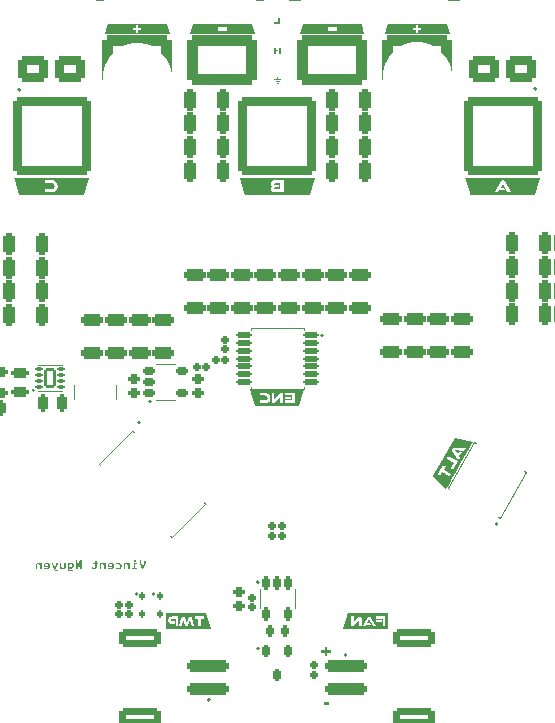
<source format=gbr>
%TF.GenerationSoftware,KiCad,Pcbnew,7.0.6*%
%TF.CreationDate,2024-01-03T21:31:42+01:00*%
%TF.ProjectId,amulet_controller,616d756c-6574-45f6-936f-6e74726f6c6c,1.0*%
%TF.SameCoordinates,PX6c3df60PY7735940*%
%TF.FileFunction,Legend,Bot*%
%TF.FilePolarity,Positive*%
%FSLAX46Y46*%
G04 Gerber Fmt 4.6, Leading zero omitted, Abs format (unit mm)*
G04 Created by KiCad (PCBNEW 7.0.6) date 2024-01-03 21:31:42*
%MOMM*%
%LPD*%
G01*
G04 APERTURE LIST*
G04 Aperture macros list*
%AMRoundRect*
0 Rectangle with rounded corners*
0 $1 Rounding radius*
0 $2 $3 $4 $5 $6 $7 $8 $9 X,Y pos of 4 corners*
0 Add a 4 corners polygon primitive as box body*
4,1,4,$2,$3,$4,$5,$6,$7,$8,$9,$2,$3,0*
0 Add four circle primitives for the rounded corners*
1,1,$1+$1,$2,$3*
1,1,$1+$1,$4,$5*
1,1,$1+$1,$6,$7*
1,1,$1+$1,$8,$9*
0 Add four rect primitives between the rounded corners*
20,1,$1+$1,$2,$3,$4,$5,0*
20,1,$1+$1,$4,$5,$6,$7,0*
20,1,$1+$1,$6,$7,$8,$9,0*
20,1,$1+$1,$8,$9,$2,$3,0*%
%AMFreePoly0*
4,1,23,0.785355,1.885355,0.800000,1.850000,0.800000,0.885000,0.785355,0.849645,0.785137,0.849428,0.350000,0.419609,0.350000,-0.419609,0.785137,-0.849428,0.799999,-0.884693,0.800000,-0.885000,0.800000,-1.850000,0.785355,-1.885355,0.750000,-1.900000,0.225000,-1.900000,0.189645,-1.885355,-0.335355,-1.360355,-0.350000,-1.325000,-0.350000,1.325000,-0.335355,1.360355,0.189645,1.885355,
0.225000,1.900000,0.750000,1.900000,0.785355,1.885355,0.785355,1.885355,$1*%
G04 Aperture macros list end*
%ADD10C,0.100000*%
%ADD11C,0.150000*%
%ADD12C,0.160000*%
%ADD13C,0.200000*%
%ADD14C,0.120000*%
%ADD15C,0.179289*%
%ADD16C,1.000000*%
%ADD17C,0.800000*%
%ADD18C,0.900000*%
%ADD19C,5.400000*%
%ADD20C,1.800000*%
%ADD21O,1.800000X1.800000*%
%ADD22RoundRect,0.375000X2.925000X2.925000X-2.925000X2.925000X-2.925000X-2.925000X2.925000X-2.925000X0*%
%ADD23RoundRect,0.375000X-2.925000X-2.925000X2.925000X-2.925000X2.925000X2.925000X-2.925000X2.925000X0*%
%ADD24RoundRect,0.200000X-0.150000X0.350000X-0.150000X-0.350000X0.150000X-0.350000X0.150000X0.350000X0*%
%ADD25RoundRect,0.256521X-0.268479X-0.643479X0.268479X-0.643479X0.268479X0.643479X-0.268479X0.643479X0*%
%ADD26RoundRect,0.180000X0.130000X-0.130000X0.130000X0.130000X-0.130000X0.130000X-0.130000X-0.130000X0*%
%ADD27RoundRect,0.300000X-1.500000X0.250000X-1.500000X-0.250000X1.500000X-0.250000X1.500000X0.250000X0*%
%ADD28RoundRect,0.300000X-1.450000X0.500000X-1.450000X-0.500000X1.450000X-0.500000X1.450000X0.500000X0*%
%ADD29C,0.499980*%
%ADD30RoundRect,0.256521X0.268479X0.643479X-0.268479X0.643479X-0.268479X-0.643479X0.268479X-0.643479X0*%
%ADD31RoundRect,0.187500X-0.137500X-0.137500X0.137500X-0.137500X0.137500X0.137500X-0.137500X0.137500X0*%
%ADD32RoundRect,0.372500X0.902500X0.752500X-0.902500X0.752500X-0.902500X-0.752500X0.902500X-0.752500X0*%
%ADD33RoundRect,0.237500X-0.462500X0.187500X-0.462500X-0.187500X0.462500X-0.187500X0.462500X0.187500X0*%
%ADD34FreePoly0,270.000000*%
%ADD35FreePoly0,90.000000*%
%ADD36RoundRect,0.256521X-0.643479X0.268479X-0.643479X-0.268479X0.643479X-0.268479X0.643479X0.268479X0*%
%ADD37RoundRect,0.225000X0.175000X0.500000X-0.175000X0.500000X-0.175000X-0.500000X0.175000X-0.500000X0*%
%ADD38RoundRect,0.200000X-0.350000X-0.150000X0.350000X-0.150000X0.350000X0.150000X-0.350000X0.150000X0*%
%ADD39RoundRect,0.465000X2.510000X1.660000X-2.510000X1.660000X-2.510000X-1.660000X2.510000X-1.660000X0*%
%ADD40RoundRect,0.050000X0.450000X1.000000X-0.450000X1.000000X-0.450000X-1.000000X0.450000X-1.000000X0*%
%ADD41RoundRect,0.187500X0.335876X0.530330X-0.530330X-0.335876X-0.335876X-0.530330X0.530330X0.335876X0*%
%ADD42RoundRect,0.187500X0.187828X0.050328X-0.050328X0.187828X-0.187828X-0.050328X0.050328X-0.187828X0*%
%ADD43RoundRect,0.237500X0.262500X-0.187500X0.262500X0.187500X-0.262500X0.187500X-0.262500X-0.187500X0*%
%ADD44RoundRect,0.180000X-0.130000X-0.130000X0.130000X-0.130000X0.130000X0.130000X-0.130000X0.130000X0*%
%ADD45RoundRect,0.150000X0.517500X0.100000X-0.517500X0.100000X-0.517500X-0.100000X0.517500X-0.100000X0*%
%ADD46RoundRect,0.140000X0.360000X0.910000X-0.360000X0.910000X-0.360000X-0.910000X0.360000X-0.910000X0*%
%ADD47C,2.000000*%
%ADD48RoundRect,0.150000X-0.100000X0.200000X-0.100000X-0.200000X0.100000X-0.200000X0.100000X0.200000X0*%
%ADD49RoundRect,0.180000X-0.183848X0.000000X0.000000X-0.183848X0.183848X0.000000X0.000000X0.183848X0*%
%ADD50RoundRect,0.187500X-0.194454X0.000000X0.000000X-0.194454X0.194454X0.000000X0.000000X0.194454X0*%
%ADD51RoundRect,0.212500X0.162500X0.287500X-0.162500X0.287500X-0.162500X-0.287500X0.162500X-0.287500X0*%
%ADD52RoundRect,0.187500X0.137500X0.137500X-0.137500X0.137500X-0.137500X-0.137500X0.137500X-0.137500X0*%
%ADD53RoundRect,0.237500X0.462500X-0.187500X0.462500X0.187500X-0.462500X0.187500X-0.462500X-0.187500X0*%
%ADD54RoundRect,0.225000X-0.500000X0.175000X-0.500000X-0.175000X0.500000X-0.175000X0.500000X0.175000X0*%
%ADD55RoundRect,0.187500X0.137500X-0.137500X0.137500X0.137500X-0.137500X0.137500X-0.137500X-0.137500X0*%
%ADD56RoundRect,0.150000X-0.172147X-0.498168X0.345353X0.398168X0.172147X0.498168X-0.345353X-0.398168X0*%
%ADD57RoundRect,0.112500X-0.187500X-0.062500X0.187500X-0.062500X0.187500X0.062500X-0.187500X0.062500X0*%
%ADD58RoundRect,0.140000X-0.360000X-0.710000X0.360000X-0.710000X0.360000X0.710000X-0.360000X0.710000X0*%
%ADD59RoundRect,0.372500X-0.902500X-0.752500X0.902500X-0.752500X0.902500X0.752500X-0.902500X0.752500X0*%
%ADD60RoundRect,0.225000X-0.401554X-0.345513X-0.098446X-0.520513X0.401554X0.345513X0.098446X0.520513X0*%
%ADD61RoundRect,0.200000X-0.150000X0.375000X-0.150000X-0.375000X0.150000X-0.375000X0.150000X0.375000X0*%
%ADD62RoundRect,0.300000X1.500000X-0.250000X1.500000X0.250000X-1.500000X0.250000X-1.500000X-0.250000X0*%
%ADD63RoundRect,0.300000X1.450000X-0.500000X1.450000X0.500000X-1.450000X0.500000X-1.450000X-0.500000X0*%
%ADD64RoundRect,0.237500X0.187500X0.462500X-0.187500X0.462500X-0.187500X-0.462500X0.187500X-0.462500X0*%
%ADD65RoundRect,0.180000X-0.130000X0.130000X-0.130000X-0.130000X0.130000X-0.130000X0.130000X0.130000X0*%
%ADD66RoundRect,0.180000X0.177583X0.047583X-0.047583X0.177583X-0.177583X-0.047583X0.047583X-0.177583X0*%
G04 APERTURE END LIST*
D10*
X35250400Y58679902D02*
X35000405Y58679903D01*
X34975402Y58329905D02*
X35025403Y58329905D01*
X35000405Y58679903D02*
X34750399Y58679902D01*
X35125402Y58504900D02*
X34875402Y58504903D01*
X35000405Y58679903D02*
X35000400Y58829900D01*
D11*
G36*
X34745409Y63325900D02*
G01*
X34745409Y63467024D01*
X35078068Y63467024D01*
X35078068Y63869878D01*
X35225933Y63869878D01*
X35225933Y63325900D01*
X34745409Y63325900D01*
G37*
D12*
G36*
X23371885Y17852562D02*
G01*
X23371885Y17682764D01*
X23560245Y17208933D01*
X23563383Y17201600D01*
X23568095Y17192945D01*
X23573412Y17185572D01*
X23579333Y17179481D01*
X23585859Y17174673D01*
X23592990Y17171146D01*
X23600724Y17168902D01*
X23609064Y17167941D01*
X23611243Y17167900D01*
X23620091Y17168551D01*
X23628267Y17170502D01*
X23635771Y17173753D01*
X23642604Y17178305D01*
X23648765Y17184158D01*
X23654254Y17191311D01*
X23659072Y17199765D01*
X23662244Y17206959D01*
X23663218Y17209519D01*
X23850406Y17682764D01*
X23850406Y17852562D01*
X23849870Y17860608D01*
X23847890Y17869405D01*
X23844452Y17877566D01*
X23839556Y17885092D01*
X23835165Y17890078D01*
X23829157Y17895390D01*
X23821591Y17900199D01*
X23813427Y17903511D01*
X23804665Y17905328D01*
X23798040Y17905709D01*
X23790133Y17905160D01*
X23781482Y17903129D01*
X23773448Y17899603D01*
X23766031Y17894581D01*
X23761110Y17890078D01*
X23755865Y17884056D01*
X23751116Y17876439D01*
X23747845Y17868187D01*
X23746051Y17859300D01*
X23745674Y17852562D01*
X23745674Y17704258D01*
X23611243Y17365444D01*
X23476812Y17703085D01*
X23476812Y17852562D01*
X23476276Y17860608D01*
X23474296Y17869405D01*
X23470858Y17877566D01*
X23465962Y17885092D01*
X23461571Y17890078D01*
X23455563Y17895390D01*
X23447997Y17900199D01*
X23439833Y17903511D01*
X23431071Y17905328D01*
X23424446Y17905709D01*
X23416473Y17905160D01*
X23407762Y17903129D01*
X23399686Y17899603D01*
X23392246Y17894581D01*
X23387321Y17890078D01*
X23382075Y17884056D01*
X23377327Y17876439D01*
X23374056Y17868187D01*
X23372262Y17859300D01*
X23371885Y17852562D01*
G37*
G36*
X22984614Y17955730D02*
G01*
X22936156Y17955730D01*
X22928183Y17955174D01*
X22919471Y17953118D01*
X22911396Y17949548D01*
X22903956Y17944463D01*
X22899031Y17939903D01*
X22893851Y17933742D01*
X22889163Y17925980D01*
X22885933Y17917601D01*
X22884326Y17909928D01*
X22883790Y17901801D01*
X22883790Y17860769D01*
X22884326Y17852555D01*
X22885933Y17844768D01*
X22888612Y17837406D01*
X22892363Y17830470D01*
X22897185Y17823960D01*
X22899031Y17821885D01*
X22904980Y17816374D01*
X22912510Y17811385D01*
X22920677Y17807948D01*
X22929479Y17806063D01*
X22936156Y17805667D01*
X22985786Y17805667D01*
X22993958Y17806251D01*
X23001622Y17808003D01*
X23009921Y17811523D01*
X23016483Y17815804D01*
X23022537Y17821254D01*
X23023497Y17822276D01*
X23028596Y17828715D01*
X23032610Y17835428D01*
X23035922Y17843608D01*
X23037756Y17852162D01*
X23038152Y17859792D01*
X23036979Y17901801D01*
X23036443Y17909928D01*
X23034836Y17917601D01*
X23031606Y17925980D01*
X23026918Y17933742D01*
X23021739Y17939903D01*
X23015790Y17945282D01*
X23008259Y17950151D01*
X23000093Y17953505D01*
X22991290Y17955344D01*
X22984614Y17955730D01*
G37*
G36*
X22796644Y17167900D02*
G01*
X23078012Y17167900D01*
X23085926Y17168409D01*
X23094602Y17170287D01*
X23102681Y17173549D01*
X23110161Y17178194D01*
X23115137Y17182360D01*
X23121076Y17189070D01*
X23125555Y17196379D01*
X23128577Y17204287D01*
X23130140Y17212792D01*
X23130378Y17217921D01*
X23129648Y17226617D01*
X23127461Y17234751D01*
X23123814Y17242325D01*
X23118709Y17249337D01*
X23115137Y17253092D01*
X23109129Y17258139D01*
X23101563Y17262707D01*
X23093399Y17265854D01*
X23084637Y17267580D01*
X23078012Y17267942D01*
X22989694Y17267942D01*
X22989694Y17605584D01*
X23077035Y17605584D01*
X23084949Y17606099D01*
X23093625Y17608002D01*
X23101704Y17611308D01*
X23109184Y17616016D01*
X23114160Y17620238D01*
X23120099Y17626911D01*
X23124579Y17634108D01*
X23127600Y17641829D01*
X23129163Y17650073D01*
X23129401Y17655018D01*
X23128671Y17663875D01*
X23126484Y17672153D01*
X23122837Y17679850D01*
X23117732Y17686968D01*
X23114160Y17690776D01*
X23108152Y17695822D01*
X23100586Y17700390D01*
X23092422Y17703537D01*
X23083660Y17705263D01*
X23077035Y17705626D01*
X22936156Y17705626D01*
X22928183Y17705069D01*
X22919471Y17703013D01*
X22911396Y17699443D01*
X22903956Y17694358D01*
X22899031Y17689799D01*
X22893851Y17683651D01*
X22889163Y17675940D01*
X22885933Y17667649D01*
X22884162Y17658778D01*
X22883790Y17652088D01*
X22883790Y17267942D01*
X22797817Y17267942D01*
X22789889Y17267427D01*
X22781162Y17265524D01*
X22772996Y17262218D01*
X22765390Y17257510D01*
X22760301Y17253288D01*
X22754856Y17247639D01*
X22749927Y17240476D01*
X22746532Y17232695D01*
X22744670Y17224298D01*
X22744279Y17217921D01*
X22745027Y17209074D01*
X22747271Y17200824D01*
X22751011Y17193174D01*
X22756247Y17186121D01*
X22759910Y17182360D01*
X22767011Y17176726D01*
X22774635Y17172475D01*
X22782783Y17169609D01*
X22791454Y17168126D01*
X22796644Y17167900D01*
G37*
G36*
X22272206Y17593860D02*
G01*
X22394523Y17532897D01*
X22394523Y17223197D01*
X22395072Y17214984D01*
X22396721Y17207196D01*
X22399469Y17199834D01*
X22403316Y17192899D01*
X22408262Y17186389D01*
X22410154Y17184314D01*
X22416156Y17178736D01*
X22423696Y17173687D01*
X22431816Y17170209D01*
X22440515Y17168301D01*
X22447084Y17167900D01*
X22456055Y17168639D01*
X22464502Y17170855D01*
X22472425Y17174548D01*
X22479825Y17179719D01*
X22483818Y17183337D01*
X22489130Y17189318D01*
X22493939Y17196781D01*
X22497251Y17204769D01*
X22499068Y17213280D01*
X22499450Y17219680D01*
X22499450Y17652674D01*
X22498914Y17660528D01*
X22496934Y17669170D01*
X22493496Y17677251D01*
X22488600Y17684771D01*
X22484209Y17689799D01*
X22478260Y17695177D01*
X22470729Y17700046D01*
X22462563Y17703400D01*
X22453761Y17705239D01*
X22447084Y17705626D01*
X22438037Y17704887D01*
X22429533Y17702671D01*
X22421571Y17698978D01*
X22414151Y17693807D01*
X22410154Y17690189D01*
X22404842Y17684268D01*
X22400034Y17676839D01*
X22396721Y17668849D01*
X22394905Y17660298D01*
X22394523Y17653846D01*
X22394523Y17635284D01*
X22319882Y17678661D01*
X22311578Y17683480D01*
X22303078Y17687825D01*
X22294382Y17691696D01*
X22285490Y17695093D01*
X22276402Y17698015D01*
X22267119Y17700464D01*
X22257640Y17702439D01*
X22247965Y17703940D01*
X22238094Y17704967D01*
X22228028Y17705520D01*
X22221208Y17705626D01*
X22178221Y17705626D01*
X22167588Y17705270D01*
X22157229Y17704204D01*
X22147145Y17702426D01*
X22137335Y17699938D01*
X22127801Y17696738D01*
X22118541Y17692828D01*
X22109556Y17688207D01*
X22100845Y17682874D01*
X22092410Y17676831D01*
X22084249Y17670077D01*
X22078961Y17665179D01*
X22071433Y17657467D01*
X22064602Y17649425D01*
X22058468Y17641054D01*
X22053032Y17632353D01*
X22048292Y17623322D01*
X22044250Y17613961D01*
X22040906Y17604271D01*
X22038258Y17594251D01*
X22036308Y17583901D01*
X22035055Y17573222D01*
X22034607Y17565919D01*
X22021906Y17219875D01*
X22022502Y17210914D01*
X22024631Y17202495D01*
X22028293Y17194619D01*
X22033489Y17187284D01*
X22037147Y17183337D01*
X22043162Y17178091D01*
X22050753Y17173342D01*
X22058961Y17170071D01*
X22067786Y17168277D01*
X22074467Y17167900D01*
X22083142Y17168564D01*
X22091388Y17170556D01*
X22099203Y17173875D01*
X22106588Y17178522D01*
X22110615Y17181773D01*
X22116734Y17188405D01*
X22121413Y17195991D01*
X22124652Y17204530D01*
X22126282Y17212608D01*
X22126833Y17219875D01*
X22140510Y17563379D01*
X22141503Y17573270D01*
X22143795Y17581843D01*
X22147389Y17589097D01*
X22153710Y17596310D01*
X22162062Y17601462D01*
X22170208Y17604100D01*
X22179654Y17605419D01*
X22184865Y17605584D01*
X22229806Y17605584D01*
X22238446Y17605023D01*
X22247442Y17603340D01*
X22255436Y17601004D01*
X22263690Y17597844D01*
X22272206Y17593860D01*
G37*
G36*
X21397231Y17167900D02*
G01*
X21594579Y17167900D01*
X21604659Y17168187D01*
X21614459Y17169048D01*
X21623976Y17170482D01*
X21633212Y17172489D01*
X21642166Y17175070D01*
X21650839Y17178225D01*
X21659229Y17181953D01*
X21667339Y17186255D01*
X21675166Y17191131D01*
X21682712Y17196580D01*
X21687586Y17200531D01*
X21777272Y17277712D01*
X21785304Y17284905D01*
X21792545Y17292561D01*
X21798997Y17300681D01*
X21804658Y17309265D01*
X21809530Y17318313D01*
X21813611Y17327824D01*
X21816903Y17337799D01*
X21819404Y17348237D01*
X21821116Y17359139D01*
X21822038Y17370505D01*
X21822213Y17378340D01*
X21822213Y17497335D01*
X21822167Y17508660D01*
X21821148Y17519700D01*
X21819158Y17530454D01*
X21816196Y17540923D01*
X21812261Y17551108D01*
X21807355Y17561007D01*
X21801476Y17570621D01*
X21794626Y17579950D01*
X21789519Y17586011D01*
X21783980Y17591946D01*
X21778009Y17597753D01*
X21771606Y17603434D01*
X21690713Y17672604D01*
X21683006Y17678505D01*
X21675199Y17683826D01*
X21667293Y17688567D01*
X21659288Y17692726D01*
X21651183Y17696306D01*
X21642978Y17699305D01*
X21634673Y17701724D01*
X21626269Y17703562D01*
X21617766Y17704819D01*
X21609162Y17705497D01*
X21603371Y17705626D01*
X21396058Y17705626D01*
X21388152Y17705110D01*
X21379500Y17703207D01*
X21371466Y17699901D01*
X21364049Y17695193D01*
X21359129Y17690971D01*
X21353114Y17684337D01*
X21348577Y17677085D01*
X21345516Y17669216D01*
X21343934Y17660731D01*
X21343692Y17655605D01*
X21344235Y17647799D01*
X21346240Y17639334D01*
X21349722Y17631562D01*
X21354682Y17624481D01*
X21359129Y17619847D01*
X21366105Y17614290D01*
X21373698Y17610097D01*
X21381909Y17607269D01*
X21390737Y17605807D01*
X21396058Y17605584D01*
X21594579Y17605584D01*
X21602627Y17604741D01*
X21610552Y17602213D01*
X21618356Y17598000D01*
X21625084Y17592931D01*
X21626037Y17592101D01*
X21700287Y17528012D01*
X21706530Y17521570D01*
X21711240Y17514212D01*
X21714416Y17505937D01*
X21715918Y17498115D01*
X21716309Y17491083D01*
X21716309Y17376972D01*
X21715351Y17368551D01*
X21712476Y17360871D01*
X21707685Y17353933D01*
X21704195Y17350399D01*
X21622911Y17280252D01*
X21616488Y17275456D01*
X21609185Y17271837D01*
X21601004Y17269397D01*
X21591944Y17268135D01*
X21586372Y17267942D01*
X21397231Y17267942D01*
X21388260Y17267241D01*
X21379813Y17265137D01*
X21371890Y17261631D01*
X21364490Y17256722D01*
X21360496Y17253288D01*
X21354406Y17246653D01*
X21349811Y17239402D01*
X21346712Y17231533D01*
X21345109Y17223047D01*
X21344865Y17217921D01*
X21345603Y17209074D01*
X21347819Y17200824D01*
X21351513Y17193174D01*
X21356683Y17186121D01*
X21360301Y17182360D01*
X21367277Y17176726D01*
X21374871Y17172475D01*
X21383081Y17169609D01*
X21391909Y17168126D01*
X21397231Y17167900D01*
G37*
G36*
X20976098Y17705501D02*
G01*
X20984971Y17704848D01*
X20993692Y17703635D01*
X21002263Y17701862D01*
X21010683Y17699529D01*
X21018951Y17696637D01*
X21027068Y17693184D01*
X21035034Y17689172D01*
X21042849Y17684600D01*
X21050513Y17679468D01*
X21058026Y17673776D01*
X21096519Y17643881D01*
X21097927Y17642744D01*
X21104737Y17636652D01*
X21111155Y17629883D01*
X21117182Y17622436D01*
X21121722Y17615991D01*
X21126011Y17609113D01*
X21130050Y17601801D01*
X21133839Y17594055D01*
X21137228Y17586337D01*
X21140829Y17577239D01*
X21143723Y17568752D01*
X21145912Y17560875D01*
X21147606Y17552229D01*
X21148298Y17543253D01*
X21148298Y17333595D01*
X21148285Y17332076D01*
X21147653Y17322789D01*
X21146402Y17314819D01*
X21144493Y17306638D01*
X21141926Y17298248D01*
X21138700Y17289648D01*
X21134816Y17280838D01*
X21133103Y17277344D01*
X21128581Y17269023D01*
X21123715Y17261293D01*
X21118506Y17254154D01*
X21112953Y17247608D01*
X21107057Y17241652D01*
X21100817Y17236288D01*
X21059785Y17200531D01*
X21057166Y17198343D01*
X21050068Y17193319D01*
X21042883Y17189101D01*
X21034681Y17184965D01*
X21027069Y17181582D01*
X21018752Y17178256D01*
X21015293Y17177002D01*
X21006725Y17174221D01*
X20998272Y17171946D01*
X20989933Y17170176D01*
X20981709Y17168912D01*
X20973600Y17168153D01*
X20965605Y17167900D01*
X20722143Y17167900D01*
X20715790Y17168258D01*
X20707296Y17169961D01*
X20699270Y17173067D01*
X20691711Y17177575D01*
X20685605Y17182555D01*
X20681895Y17186356D01*
X20676594Y17193434D01*
X20672807Y17201054D01*
X20670535Y17209217D01*
X20669778Y17217921D01*
X20670022Y17223047D01*
X20671625Y17231533D01*
X20674724Y17239402D01*
X20679318Y17246653D01*
X20685409Y17253288D01*
X20689403Y17256722D01*
X20696802Y17261631D01*
X20704726Y17265137D01*
X20713173Y17267241D01*
X20722143Y17267942D01*
X20959547Y17267942D01*
X20966291Y17268519D01*
X20974349Y17270651D01*
X20982613Y17274354D01*
X20989860Y17278778D01*
X20997258Y17284355D01*
X21024223Y17308194D01*
X21026423Y17310173D01*
X21032173Y17316412D01*
X21036645Y17323105D01*
X21039839Y17330252D01*
X21041756Y17337852D01*
X21042394Y17345905D01*
X21042394Y17367984D01*
X20722143Y17367984D01*
X20715682Y17368356D01*
X20707086Y17370127D01*
X20699013Y17373357D01*
X20691463Y17378046D01*
X20685409Y17383225D01*
X20681746Y17387170D01*
X20676510Y17394484D01*
X20672770Y17402322D01*
X20670526Y17410683D01*
X20669778Y17419568D01*
X20669778Y17468026D01*
X20773532Y17468026D01*
X21041418Y17468026D01*
X21041418Y17536023D01*
X21041278Y17539625D01*
X21039872Y17547549D01*
X21036410Y17555780D01*
X21031758Y17562260D01*
X21025591Y17568068D01*
X20998431Y17591711D01*
X20994425Y17594962D01*
X20987180Y17599609D01*
X20979636Y17602928D01*
X20971793Y17604920D01*
X20963651Y17605584D01*
X20847586Y17605584D01*
X20843010Y17605188D01*
X20835191Y17602907D01*
X20827849Y17599249D01*
X20821183Y17594877D01*
X20814174Y17589366D01*
X20787405Y17564942D01*
X20782690Y17559913D01*
X20778423Y17553005D01*
X20775483Y17544975D01*
X20774020Y17537199D01*
X20773532Y17528598D01*
X20773532Y17468026D01*
X20669778Y17468026D01*
X20669778Y17528989D01*
X20669816Y17533207D01*
X20670123Y17541447D01*
X20670736Y17549427D01*
X20672232Y17560912D01*
X20674418Y17571812D01*
X20677295Y17582129D01*
X20680862Y17591861D01*
X20685119Y17601010D01*
X20690067Y17609575D01*
X20695705Y17617556D01*
X20702033Y17624953D01*
X20709052Y17631767D01*
X20743637Y17664007D01*
X20749350Y17669046D01*
X20758002Y17675996D01*
X20766754Y17682215D01*
X20775606Y17687702D01*
X20784557Y17692457D01*
X20793608Y17696481D01*
X20802759Y17699773D01*
X20812009Y17702333D01*
X20821359Y17704162D01*
X20830808Y17705260D01*
X20840357Y17705626D01*
X20970099Y17705626D01*
X20976098Y17705501D01*
G37*
G36*
X20244013Y17593860D02*
G01*
X20366330Y17532897D01*
X20366330Y17223197D01*
X20366880Y17214984D01*
X20368528Y17207196D01*
X20371276Y17199834D01*
X20375123Y17192899D01*
X20380069Y17186389D01*
X20381962Y17184314D01*
X20387963Y17178736D01*
X20395503Y17173687D01*
X20403623Y17170209D01*
X20412323Y17168301D01*
X20418891Y17167900D01*
X20427862Y17168639D01*
X20436309Y17170855D01*
X20444232Y17174548D01*
X20451632Y17179719D01*
X20455625Y17183337D01*
X20460938Y17189318D01*
X20465746Y17196781D01*
X20469059Y17204769D01*
X20470875Y17213280D01*
X20471257Y17219680D01*
X20471257Y17652674D01*
X20470721Y17660528D01*
X20468742Y17669170D01*
X20465304Y17677251D01*
X20460407Y17684771D01*
X20456016Y17689799D01*
X20450067Y17695177D01*
X20442537Y17700046D01*
X20434370Y17703400D01*
X20425568Y17705239D01*
X20418891Y17705626D01*
X20409845Y17704887D01*
X20401340Y17702671D01*
X20393378Y17698978D01*
X20385958Y17693807D01*
X20381962Y17690189D01*
X20376650Y17684268D01*
X20371841Y17676839D01*
X20368528Y17668849D01*
X20366712Y17660298D01*
X20366330Y17653846D01*
X20366330Y17635284D01*
X20291690Y17678661D01*
X20283385Y17683480D01*
X20274885Y17687825D01*
X20266189Y17691696D01*
X20257297Y17695093D01*
X20248210Y17698015D01*
X20238926Y17700464D01*
X20229447Y17702439D01*
X20219772Y17703940D01*
X20209902Y17704967D01*
X20199835Y17705520D01*
X20193016Y17705626D01*
X20150029Y17705626D01*
X20139395Y17705270D01*
X20129036Y17704204D01*
X20118952Y17702426D01*
X20109143Y17699938D01*
X20099608Y17696738D01*
X20090348Y17692828D01*
X20081363Y17688207D01*
X20072653Y17682874D01*
X20064217Y17676831D01*
X20056056Y17670077D01*
X20050769Y17665179D01*
X20043240Y17657467D01*
X20036409Y17649425D01*
X20030276Y17641054D01*
X20024839Y17632353D01*
X20020100Y17623322D01*
X20016058Y17613961D01*
X20012713Y17604271D01*
X20010065Y17594251D01*
X20008115Y17583901D01*
X20006862Y17573222D01*
X20006414Y17565919D01*
X19993713Y17219875D01*
X19994309Y17210914D01*
X19996438Y17202495D01*
X20000101Y17194619D01*
X20005297Y17187284D01*
X20008954Y17183337D01*
X20014969Y17178091D01*
X20022560Y17173342D01*
X20030768Y17170071D01*
X20039593Y17168277D01*
X20046274Y17167900D01*
X20054950Y17168564D01*
X20063195Y17170556D01*
X20071010Y17173875D01*
X20078395Y17178522D01*
X20082422Y17181773D01*
X20088541Y17188405D01*
X20093220Y17195991D01*
X20096459Y17204530D01*
X20098090Y17212608D01*
X20098640Y17219875D01*
X20112318Y17563379D01*
X20113310Y17573270D01*
X20115603Y17581843D01*
X20119196Y17589097D01*
X20125517Y17596310D01*
X20133870Y17601462D01*
X20142015Y17604100D01*
X20151461Y17605419D01*
X20156672Y17605584D01*
X20201613Y17605584D01*
X20210254Y17605023D01*
X20219250Y17603340D01*
X20227243Y17601004D01*
X20235498Y17597844D01*
X20244013Y17593860D01*
G37*
G36*
X19464586Y17167900D02*
G01*
X19557007Y17167900D01*
X19568037Y17168273D01*
X19578778Y17169391D01*
X19589231Y17171254D01*
X19599396Y17173863D01*
X19609271Y17177217D01*
X19618859Y17181316D01*
X19628157Y17186161D01*
X19637168Y17191751D01*
X19645889Y17198086D01*
X19654323Y17205167D01*
X19659785Y17210301D01*
X19667467Y17218437D01*
X19674393Y17226872D01*
X19680564Y17235606D01*
X19685980Y17244639D01*
X19690639Y17253970D01*
X19694543Y17263600D01*
X19697692Y17273529D01*
X19700085Y17283757D01*
X19701722Y17294284D01*
X19702603Y17305109D01*
X19702771Y17312492D01*
X19702771Y17605584D01*
X19743804Y17605584D01*
X19751718Y17606085D01*
X19760394Y17607938D01*
X19768473Y17611155D01*
X19775953Y17615738D01*
X19780929Y17619847D01*
X19786868Y17626434D01*
X19791348Y17633712D01*
X19794369Y17641682D01*
X19795932Y17650344D01*
X19796170Y17655605D01*
X19795441Y17664443D01*
X19793253Y17672664D01*
X19789606Y17680268D01*
X19784501Y17687255D01*
X19780929Y17690971D01*
X19773877Y17696681D01*
X19766226Y17700989D01*
X19757976Y17703894D01*
X19749129Y17705397D01*
X19743804Y17705626D01*
X19701794Y17705626D01*
X19701794Y17814851D01*
X19701259Y17822904D01*
X19699279Y17831726D01*
X19695841Y17839932D01*
X19690944Y17847520D01*
X19686554Y17852562D01*
X19680545Y17857874D01*
X19672980Y17862683D01*
X19664816Y17865995D01*
X19656054Y17867812D01*
X19649429Y17868194D01*
X19640601Y17867436D01*
X19632241Y17865164D01*
X19624348Y17861377D01*
X19616923Y17856076D01*
X19612890Y17852367D01*
X19607445Y17846225D01*
X19603126Y17839672D01*
X19599512Y17831506D01*
X19597431Y17822778D01*
X19596868Y17814851D01*
X19596868Y17705626D01*
X19417300Y17705626D01*
X19408330Y17704915D01*
X19399883Y17702783D01*
X19391959Y17699230D01*
X19384560Y17694256D01*
X19380566Y17690776D01*
X19374475Y17684084D01*
X19369881Y17676831D01*
X19366782Y17669017D01*
X19365179Y17660642D01*
X19364935Y17655605D01*
X19365683Y17646757D01*
X19367927Y17638508D01*
X19371667Y17630857D01*
X19376903Y17623804D01*
X19380566Y17620043D01*
X19387667Y17614409D01*
X19395291Y17610159D01*
X19403439Y17607292D01*
X19412110Y17605810D01*
X19417300Y17605584D01*
X19598040Y17605584D01*
X19598040Y17308389D01*
X19597283Y17300451D01*
X19594621Y17292163D01*
X19590646Y17285367D01*
X19585926Y17279861D01*
X19579502Y17274647D01*
X19572541Y17270922D01*
X19565043Y17268687D01*
X19557007Y17267942D01*
X19466735Y17267942D01*
X19457151Y17268858D01*
X19448550Y17271606D01*
X19440932Y17276186D01*
X19434297Y17282597D01*
X19429696Y17289045D01*
X19425724Y17296665D01*
X19422381Y17305458D01*
X19418931Y17314251D01*
X19414638Y17321871D01*
X19409503Y17328319D01*
X19403525Y17333595D01*
X19396705Y17337698D01*
X19389041Y17340629D01*
X19380536Y17342388D01*
X19371187Y17342974D01*
X19362903Y17342459D01*
X19355195Y17340913D01*
X19346933Y17337807D01*
X19339456Y17333299D01*
X19333672Y17328319D01*
X19327885Y17321638D01*
X19323520Y17314246D01*
X19320576Y17306144D01*
X19319054Y17297331D01*
X19318822Y17291976D01*
X19319184Y17284108D01*
X19320271Y17276257D01*
X19322083Y17268423D01*
X19324619Y17260606D01*
X19327881Y17252806D01*
X19331866Y17245024D01*
X19336577Y17237259D01*
X19342012Y17229511D01*
X19348173Y17221780D01*
X19355057Y17214066D01*
X19360050Y17208933D01*
X19367941Y17201600D01*
X19376227Y17194989D01*
X19384908Y17189098D01*
X19393984Y17183929D01*
X19403455Y17179481D01*
X19413321Y17175754D01*
X19423582Y17172749D01*
X19434239Y17170465D01*
X19445290Y17168902D01*
X19456736Y17168061D01*
X19464586Y17167900D01*
G37*
G36*
X17965521Y17852562D02*
G01*
X17965521Y17167900D01*
X18100147Y17167900D01*
X18338138Y17707189D01*
X18338138Y17219875D01*
X18338680Y17212035D01*
X18340685Y17203444D01*
X18344167Y17195451D01*
X18349127Y17188057D01*
X18353574Y17183141D01*
X18359523Y17177962D01*
X18367053Y17173273D01*
X18375220Y17170044D01*
X18384022Y17168273D01*
X18390699Y17167900D01*
X18398612Y17168436D01*
X18407289Y17170416D01*
X18415367Y17173854D01*
X18422847Y17178751D01*
X18427824Y17183141D01*
X18433003Y17189083D01*
X18437691Y17196589D01*
X18440921Y17204711D01*
X18442692Y17213450D01*
X18443064Y17220071D01*
X18443064Y17905709D01*
X18310196Y17905709D01*
X18071620Y17366226D01*
X18071620Y17852562D01*
X18071063Y17860423D01*
X18069008Y17869090D01*
X18065438Y17877215D01*
X18060352Y17884798D01*
X18055793Y17889882D01*
X18049585Y17895261D01*
X18042979Y17899527D01*
X18034769Y17903097D01*
X18026016Y17905153D01*
X18018082Y17905709D01*
X18010109Y17905160D01*
X18001397Y17903129D01*
X17993322Y17899603D01*
X17985882Y17894581D01*
X17980957Y17890078D01*
X17975711Y17884056D01*
X17970963Y17876439D01*
X17967692Y17868187D01*
X17965898Y17859300D01*
X17965521Y17852562D01*
G37*
G36*
X17593554Y17705483D02*
G01*
X17603984Y17704733D01*
X17614153Y17703342D01*
X17624061Y17701308D01*
X17633708Y17698632D01*
X17643094Y17695313D01*
X17652218Y17691353D01*
X17661082Y17686750D01*
X17669685Y17681504D01*
X17678026Y17675617D01*
X17686107Y17669087D01*
X17724013Y17636651D01*
X17726241Y17634735D01*
X17732696Y17628262D01*
X17737813Y17622038D01*
X17742691Y17615061D01*
X17747331Y17607330D01*
X17751732Y17598846D01*
X17755081Y17591515D01*
X17758104Y17583889D01*
X17760723Y17576152D01*
X17762940Y17568306D01*
X17764753Y17560350D01*
X17766164Y17552284D01*
X17767171Y17544108D01*
X17767776Y17535822D01*
X17767977Y17527426D01*
X17767977Y17375409D01*
X17767927Y17371937D01*
X17767360Y17363224D01*
X17766164Y17354462D01*
X17764338Y17345653D01*
X17761882Y17336797D01*
X17758796Y17327892D01*
X17755081Y17318940D01*
X17750871Y17310355D01*
X17746422Y17302427D01*
X17741735Y17295158D01*
X17736809Y17288547D01*
X17730583Y17281483D01*
X17724013Y17275367D01*
X17689429Y17244690D01*
X17683668Y17239935D01*
X17674859Y17233376D01*
X17665847Y17227508D01*
X17656632Y17222330D01*
X17647215Y17217843D01*
X17637595Y17214046D01*
X17627773Y17210939D01*
X17617747Y17208523D01*
X17607520Y17206797D01*
X17597089Y17205761D01*
X17586456Y17205416D01*
X17515723Y17205416D01*
X17507743Y17205628D01*
X17499826Y17206262D01*
X17491971Y17207319D01*
X17484179Y17208799D01*
X17476450Y17210702D01*
X17468783Y17213027D01*
X17461178Y17215776D01*
X17453637Y17218947D01*
X17446157Y17222541D01*
X17438741Y17226558D01*
X17431387Y17230998D01*
X17424095Y17235861D01*
X17416867Y17241147D01*
X17409700Y17246855D01*
X17402597Y17252986D01*
X17395556Y17259540D01*
X17395556Y17133902D01*
X17396037Y17127900D01*
X17398561Y17119748D01*
X17403249Y17112616D01*
X17409233Y17107133D01*
X17440692Y17079973D01*
X17447836Y17074673D01*
X17455200Y17070887D01*
X17462784Y17068616D01*
X17470587Y17067859D01*
X17670671Y17067859D01*
X17675995Y17067636D01*
X17684843Y17066173D01*
X17693092Y17063345D01*
X17700743Y17059153D01*
X17707796Y17053595D01*
X17711368Y17049876D01*
X17716473Y17042869D01*
X17720119Y17035226D01*
X17722307Y17026948D01*
X17723037Y17018033D01*
X17722798Y17012773D01*
X17721236Y17004111D01*
X17718214Y16996141D01*
X17713734Y16988862D01*
X17707796Y16982276D01*
X17702819Y16978110D01*
X17695339Y16973465D01*
X17687261Y16970203D01*
X17678584Y16968325D01*
X17670671Y16967817D01*
X17470587Y16967817D01*
X17461597Y16968160D01*
X17452360Y16969191D01*
X17444474Y16970574D01*
X17436416Y16972434D01*
X17428186Y16974772D01*
X17419785Y16977586D01*
X17413138Y16980041D01*
X17405371Y16983281D01*
X17398205Y16986712D01*
X17390399Y16991081D01*
X17383459Y16995725D01*
X17377384Y17000643D01*
X17340064Y17032883D01*
X17337022Y17035624D01*
X17331229Y17041209D01*
X17325822Y17046934D01*
X17318436Y17055781D01*
X17311919Y17064941D01*
X17306270Y17074413D01*
X17301491Y17084198D01*
X17297581Y17094295D01*
X17294539Y17104705D01*
X17292367Y17115427D01*
X17291063Y17126462D01*
X17290629Y17137810D01*
X17290629Y17419959D01*
X17395556Y17419959D01*
X17395614Y17417728D01*
X17397025Y17409125D01*
X17400316Y17401034D01*
X17404739Y17394376D01*
X17410601Y17388110D01*
X17483483Y17321480D01*
X17485716Y17319540D01*
X17492239Y17314471D01*
X17499520Y17309980D01*
X17507406Y17306725D01*
X17515723Y17305458D01*
X17590950Y17305458D01*
X17595144Y17305720D01*
X17603418Y17307819D01*
X17610734Y17311503D01*
X17617133Y17316205D01*
X17647028Y17343951D01*
X17648992Y17345813D01*
X17654868Y17352427D01*
X17659191Y17359191D01*
X17662232Y17367105D01*
X17663246Y17375214D01*
X17663246Y17532897D01*
X17663023Y17538081D01*
X17661560Y17546477D01*
X17658733Y17554013D01*
X17654540Y17560689D01*
X17648982Y17566505D01*
X17620259Y17590734D01*
X17616040Y17594214D01*
X17608568Y17599188D01*
X17600984Y17602741D01*
X17593287Y17604873D01*
X17585479Y17605584D01*
X17523344Y17605584D01*
X17518178Y17605367D01*
X17509667Y17603944D01*
X17501829Y17601194D01*
X17494664Y17597116D01*
X17488173Y17591711D01*
X17412555Y17523909D01*
X17407658Y17519101D01*
X17402196Y17511810D01*
X17398361Y17503864D01*
X17396153Y17495263D01*
X17395556Y17487370D01*
X17395556Y17419959D01*
X17290629Y17419959D01*
X17290629Y17653455D01*
X17291015Y17660127D01*
X17292855Y17668907D01*
X17296209Y17677032D01*
X17301077Y17684502D01*
X17306456Y17690385D01*
X17311550Y17694775D01*
X17319178Y17699672D01*
X17327386Y17703110D01*
X17336173Y17705090D01*
X17344167Y17705626D01*
X17350628Y17705253D01*
X17359225Y17703482D01*
X17367298Y17700253D01*
X17374847Y17695564D01*
X17380901Y17690385D01*
X17384565Y17686529D01*
X17389801Y17679325D01*
X17393541Y17671542D01*
X17395785Y17663179D01*
X17396533Y17654237D01*
X17396337Y17650720D01*
X17417049Y17667524D01*
X17422878Y17672138D01*
X17431773Y17678500D01*
X17440851Y17684193D01*
X17450110Y17689216D01*
X17459551Y17693570D01*
X17469175Y17697254D01*
X17478980Y17700267D01*
X17488967Y17702612D01*
X17499137Y17704286D01*
X17509488Y17705291D01*
X17520022Y17705626D01*
X17586456Y17705626D01*
X17593554Y17705483D01*
G37*
G36*
X16867014Y17267942D02*
G01*
X16716170Y17352939D01*
X16716170Y17650524D01*
X16715634Y17658731D01*
X16714027Y17666498D01*
X16710797Y17675004D01*
X16706868Y17681818D01*
X16701867Y17688193D01*
X16700929Y17689212D01*
X16694980Y17694790D01*
X16687450Y17699839D01*
X16679283Y17703317D01*
X16670481Y17705225D01*
X16663804Y17705626D01*
X16655765Y17705069D01*
X16646993Y17703013D01*
X16638876Y17699443D01*
X16631414Y17694358D01*
X16626484Y17689799D01*
X16621304Y17683731D01*
X16616616Y17676131D01*
X16613386Y17667969D01*
X16611615Y17659247D01*
X16611243Y17652674D01*
X16611243Y17219680D01*
X16611991Y17210795D01*
X16614235Y17202433D01*
X16617975Y17194595D01*
X16623211Y17187281D01*
X16626875Y17183337D01*
X16632936Y17178091D01*
X16640510Y17173342D01*
X16648627Y17170071D01*
X16657287Y17168277D01*
X16663804Y17167900D01*
X16672851Y17168686D01*
X16681355Y17171042D01*
X16689317Y17174969D01*
X16695710Y17179585D01*
X16700734Y17184314D01*
X16705980Y17190681D01*
X16710140Y17197475D01*
X16713215Y17204695D01*
X16715205Y17212340D01*
X16716109Y17220412D01*
X16716170Y17223197D01*
X16716170Y17249771D01*
X16786707Y17201118D01*
X16795845Y17195181D01*
X16805014Y17189829D01*
X16814214Y17185060D01*
X16823444Y17180876D01*
X16832706Y17177275D01*
X16841998Y17174258D01*
X16851322Y17171826D01*
X16860676Y17169977D01*
X16870061Y17168711D01*
X16879477Y17168030D01*
X16885772Y17167900D01*
X16928563Y17167900D01*
X16939517Y17168259D01*
X16950174Y17169336D01*
X16960537Y17171131D01*
X16970604Y17173643D01*
X16980375Y17176874D01*
X16989852Y17180822D01*
X16999032Y17185488D01*
X17007918Y17190872D01*
X17016508Y17196973D01*
X17024803Y17203793D01*
X17030168Y17208738D01*
X17037772Y17216591D01*
X17044681Y17224764D01*
X17050897Y17233256D01*
X17056418Y17242068D01*
X17061246Y17251199D01*
X17065381Y17260649D01*
X17068821Y17270419D01*
X17071568Y17280509D01*
X17073620Y17290917D01*
X17074979Y17301646D01*
X17075500Y17308975D01*
X17088787Y17653455D01*
X17088486Y17662274D01*
X17086559Y17670606D01*
X17083004Y17678452D01*
X17077823Y17685811D01*
X17074132Y17689799D01*
X17067925Y17695177D01*
X17061319Y17699443D01*
X17053108Y17703013D01*
X17044355Y17705069D01*
X17036421Y17705626D01*
X17027393Y17704878D01*
X17018945Y17702634D01*
X17011076Y17698894D01*
X17003787Y17693658D01*
X16999882Y17689994D01*
X16994616Y17683940D01*
X16989791Y17676390D01*
X16986388Y17668317D01*
X16984406Y17659721D01*
X16983860Y17653260D01*
X16971746Y17311515D01*
X16971070Y17303728D01*
X16968866Y17294537D01*
X16965172Y17286708D01*
X16959988Y17280240D01*
X16953314Y17275134D01*
X16945150Y17271389D01*
X16935496Y17269006D01*
X16927278Y17268113D01*
X16921334Y17267942D01*
X16867014Y17267942D01*
G37*
G36*
X15936351Y17561425D02*
G01*
X16185870Y17002011D01*
X16189765Y16993997D01*
X16194321Y16987051D01*
X16199535Y16981174D01*
X16206981Y16975330D01*
X16215457Y16971156D01*
X16222979Y16969019D01*
X16231162Y16967950D01*
X16235500Y16967817D01*
X16363483Y16967817D01*
X16371397Y16968325D01*
X16380073Y16970203D01*
X16388152Y16973465D01*
X16395632Y16978110D01*
X16400608Y16982276D01*
X16406547Y16988862D01*
X16411027Y16996141D01*
X16414048Y17004111D01*
X16415611Y17012773D01*
X16415849Y17018033D01*
X16415119Y17026948D01*
X16412932Y17035226D01*
X16409285Y17042869D01*
X16404180Y17049876D01*
X16400608Y17053595D01*
X16393556Y17059153D01*
X16385905Y17063345D01*
X16377655Y17066173D01*
X16368808Y17067636D01*
X16363483Y17067859D01*
X16268717Y17067859D01*
X16210685Y17205416D01*
X16223972Y17205416D01*
X16232499Y17205981D01*
X16240397Y17207675D01*
X16249385Y17211382D01*
X16257391Y17216854D01*
X16263088Y17222502D01*
X16268156Y17229279D01*
X16272595Y17237187D01*
X16274579Y17241564D01*
X16413699Y17561425D01*
X16413699Y17652674D01*
X16413177Y17660720D01*
X16411249Y17669517D01*
X16407899Y17677678D01*
X16403128Y17685203D01*
X16398849Y17690189D01*
X16392988Y17695435D01*
X16385593Y17700184D01*
X16377600Y17703455D01*
X16369009Y17705249D01*
X16362506Y17705626D01*
X16354513Y17705076D01*
X16345725Y17703046D01*
X16337517Y17699519D01*
X16329889Y17694497D01*
X16324795Y17689994D01*
X16319416Y17683972D01*
X16314548Y17676356D01*
X16311194Y17668104D01*
X16309355Y17659216D01*
X16308968Y17652478D01*
X16308968Y17583895D01*
X16189582Y17305458D01*
X16165353Y17305458D01*
X16042255Y17582332D01*
X16042255Y17652674D01*
X16041498Y17661587D01*
X16039226Y17670033D01*
X16035439Y17678011D01*
X16030988Y17684477D01*
X16026428Y17689603D01*
X16020280Y17695048D01*
X16013706Y17699367D01*
X16005498Y17702981D01*
X15996711Y17705062D01*
X15988717Y17705626D01*
X15979746Y17704878D01*
X15971299Y17702634D01*
X15963376Y17698894D01*
X15955976Y17693658D01*
X15951983Y17689994D01*
X15946670Y17683933D01*
X15941862Y17676358D01*
X15938549Y17668241D01*
X15936733Y17659582D01*
X15936351Y17653064D01*
X15936351Y17561425D01*
G37*
G36*
X15567584Y17705501D02*
G01*
X15576457Y17704848D01*
X15585179Y17703635D01*
X15593750Y17701862D01*
X15602169Y17699529D01*
X15610437Y17696637D01*
X15618555Y17693184D01*
X15626521Y17689172D01*
X15634336Y17684600D01*
X15642000Y17679468D01*
X15649512Y17673776D01*
X15688005Y17643881D01*
X15689414Y17642744D01*
X15696223Y17636652D01*
X15702641Y17629883D01*
X15708668Y17622436D01*
X15713208Y17615991D01*
X15717497Y17609113D01*
X15721537Y17601801D01*
X15725325Y17594055D01*
X15728714Y17586337D01*
X15732315Y17577239D01*
X15735210Y17568752D01*
X15737398Y17560875D01*
X15739093Y17552229D01*
X15739785Y17543253D01*
X15739785Y17333595D01*
X15739771Y17332076D01*
X15739139Y17322789D01*
X15737889Y17314819D01*
X15735980Y17306638D01*
X15733412Y17298248D01*
X15730186Y17289648D01*
X15726302Y17280838D01*
X15724590Y17277344D01*
X15720067Y17269023D01*
X15715202Y17261293D01*
X15709992Y17254154D01*
X15704440Y17247608D01*
X15698543Y17241652D01*
X15692304Y17236288D01*
X15651271Y17200531D01*
X15648653Y17198343D01*
X15641555Y17193319D01*
X15634369Y17189101D01*
X15626167Y17184965D01*
X15618556Y17181582D01*
X15610238Y17178256D01*
X15606779Y17177002D01*
X15598212Y17174221D01*
X15589758Y17171946D01*
X15581420Y17170176D01*
X15573196Y17168912D01*
X15565086Y17168153D01*
X15557091Y17167900D01*
X15313630Y17167900D01*
X15307276Y17168258D01*
X15298783Y17169961D01*
X15290757Y17173067D01*
X15283198Y17177575D01*
X15277091Y17182555D01*
X15273382Y17186356D01*
X15268080Y17193434D01*
X15264293Y17201054D01*
X15262021Y17209217D01*
X15261264Y17217921D01*
X15261508Y17223047D01*
X15263111Y17231533D01*
X15266210Y17239402D01*
X15270805Y17246653D01*
X15276896Y17253288D01*
X15280889Y17256722D01*
X15288289Y17261631D01*
X15296212Y17265137D01*
X15304659Y17267241D01*
X15313630Y17267942D01*
X15551034Y17267942D01*
X15557777Y17268519D01*
X15565835Y17270651D01*
X15574099Y17274354D01*
X15581347Y17278778D01*
X15588745Y17284355D01*
X15615709Y17308194D01*
X15617910Y17310173D01*
X15623659Y17316412D01*
X15628131Y17323105D01*
X15631326Y17330252D01*
X15633242Y17337852D01*
X15633881Y17345905D01*
X15633881Y17367984D01*
X15313630Y17367984D01*
X15307169Y17368356D01*
X15298572Y17370127D01*
X15290499Y17373357D01*
X15282950Y17378046D01*
X15276896Y17383225D01*
X15273232Y17387170D01*
X15267996Y17394484D01*
X15264256Y17402322D01*
X15262012Y17410683D01*
X15261264Y17419568D01*
X15261264Y17468026D01*
X15365018Y17468026D01*
X15632904Y17468026D01*
X15632904Y17536023D01*
X15632765Y17539625D01*
X15631358Y17547549D01*
X15627896Y17555780D01*
X15623244Y17562260D01*
X15617077Y17568068D01*
X15589917Y17591711D01*
X15585912Y17594962D01*
X15578667Y17599609D01*
X15571123Y17602928D01*
X15563279Y17604920D01*
X15555137Y17605584D01*
X15439073Y17605584D01*
X15434496Y17605188D01*
X15426677Y17602907D01*
X15419335Y17599249D01*
X15412669Y17594877D01*
X15405660Y17589366D01*
X15378891Y17564942D01*
X15374177Y17559913D01*
X15369909Y17553005D01*
X15366969Y17544975D01*
X15365506Y17537199D01*
X15365018Y17528598D01*
X15365018Y17468026D01*
X15261264Y17468026D01*
X15261264Y17528989D01*
X15261302Y17533207D01*
X15261609Y17541447D01*
X15262223Y17549427D01*
X15263719Y17560912D01*
X15265905Y17571812D01*
X15268781Y17582129D01*
X15272348Y17591861D01*
X15276606Y17601010D01*
X15281553Y17609575D01*
X15287191Y17617556D01*
X15293520Y17624953D01*
X15300538Y17631767D01*
X15335123Y17664007D01*
X15340836Y17669046D01*
X15349489Y17675996D01*
X15358241Y17682215D01*
X15367092Y17687702D01*
X15376044Y17692457D01*
X15385095Y17696481D01*
X15394245Y17699773D01*
X15403495Y17702333D01*
X15412845Y17704162D01*
X15422294Y17705260D01*
X15431843Y17705626D01*
X15561585Y17705626D01*
X15567584Y17705501D01*
G37*
G36*
X14835500Y17593860D02*
G01*
X14957817Y17532897D01*
X14957817Y17223197D01*
X14958366Y17214984D01*
X14960015Y17207196D01*
X14962763Y17199834D01*
X14966609Y17192899D01*
X14971555Y17186389D01*
X14973448Y17184314D01*
X14979450Y17178736D01*
X14986990Y17173687D01*
X14995110Y17170209D01*
X15003809Y17168301D01*
X15010378Y17167900D01*
X15019348Y17168639D01*
X15027795Y17170855D01*
X15035719Y17174548D01*
X15043119Y17179719D01*
X15047112Y17183337D01*
X15052424Y17189318D01*
X15057233Y17196781D01*
X15060545Y17204769D01*
X15062362Y17213280D01*
X15062743Y17219680D01*
X15062743Y17652674D01*
X15062208Y17660528D01*
X15060228Y17669170D01*
X15056790Y17677251D01*
X15051893Y17684771D01*
X15047503Y17689799D01*
X15041554Y17695177D01*
X15034023Y17700046D01*
X15025857Y17703400D01*
X15017054Y17705239D01*
X15010378Y17705626D01*
X15001331Y17704887D01*
X14992827Y17702671D01*
X14984864Y17698978D01*
X14977445Y17693807D01*
X14973448Y17690189D01*
X14968136Y17684268D01*
X14963327Y17676839D01*
X14960015Y17668849D01*
X14958198Y17660298D01*
X14957817Y17653846D01*
X14957817Y17635284D01*
X14883176Y17678661D01*
X14874872Y17683480D01*
X14866371Y17687825D01*
X14857675Y17691696D01*
X14848784Y17695093D01*
X14839696Y17698015D01*
X14830413Y17700464D01*
X14820934Y17702439D01*
X14811259Y17703940D01*
X14801388Y17704967D01*
X14791322Y17705520D01*
X14784502Y17705626D01*
X14741515Y17705626D01*
X14730882Y17705270D01*
X14720523Y17704204D01*
X14710438Y17702426D01*
X14700629Y17699938D01*
X14691094Y17696738D01*
X14681834Y17692828D01*
X14672849Y17688207D01*
X14664139Y17682874D01*
X14655704Y17676831D01*
X14647543Y17670077D01*
X14642255Y17665179D01*
X14634727Y17657467D01*
X14627896Y17649425D01*
X14621762Y17641054D01*
X14616326Y17632353D01*
X14611586Y17623322D01*
X14607544Y17613961D01*
X14604199Y17604271D01*
X14601552Y17594251D01*
X14599602Y17583901D01*
X14598348Y17573222D01*
X14597900Y17565919D01*
X14585200Y17219875D01*
X14585796Y17210914D01*
X14587925Y17202495D01*
X14591587Y17194619D01*
X14596783Y17187284D01*
X14600441Y17183337D01*
X14606456Y17178091D01*
X14614047Y17173342D01*
X14622254Y17170071D01*
X14631079Y17168277D01*
X14637761Y17167900D01*
X14646436Y17168564D01*
X14654682Y17170556D01*
X14662497Y17173875D01*
X14669882Y17178522D01*
X14673909Y17181773D01*
X14680028Y17188405D01*
X14684707Y17195991D01*
X14687946Y17204530D01*
X14689576Y17212608D01*
X14690127Y17219875D01*
X14703804Y17563379D01*
X14704796Y17573270D01*
X14707089Y17581843D01*
X14710683Y17589097D01*
X14717003Y17596310D01*
X14725356Y17601462D01*
X14733502Y17604100D01*
X14742948Y17605419D01*
X14748159Y17605584D01*
X14793099Y17605584D01*
X14801740Y17605023D01*
X14810736Y17603340D01*
X14818730Y17601004D01*
X14826984Y17597844D01*
X14835500Y17593860D01*
G37*
D11*
G36*
X34722256Y60785900D02*
G01*
X34722256Y61329878D01*
X34869388Y61329878D01*
X34869388Y61132921D01*
X35082758Y61132921D01*
X35082758Y60999271D01*
X34869388Y60999271D01*
X34869388Y60785900D01*
X34722256Y60785900D01*
G37*
G36*
X35131411Y60785900D02*
G01*
X35131411Y61329878D01*
X35278397Y61329878D01*
X35278397Y60785900D01*
X35131411Y60785900D01*
G37*
%TO.C,Q9*%
D13*
X33450400Y10449900D02*
G75*
G03*
X33450400Y10449900I-100000J0D01*
G01*
%TO.C,J9*%
X40900400Y9899900D02*
G75*
G03*
X40900400Y9899900I-100000J0D01*
G01*
%TO.C,kibuzzard-657CE701*%
G36*
X56849379Y48885525D02*
G01*
X56650942Y48885525D01*
X53417775Y48885525D01*
X51549858Y48885525D01*
X51351421Y48885525D01*
X51291890Y49083962D01*
X53417775Y49083962D01*
X53719400Y49083962D01*
X53805125Y49242712D01*
X54289313Y49242712D01*
X54171838Y49463375D01*
X53922600Y49463375D01*
X54098813Y49795163D01*
X54476638Y49083962D01*
X54783025Y49083962D01*
X54255975Y50039638D01*
X54203588Y50096788D01*
X54132150Y50115837D01*
X54068650Y50115837D01*
X53997213Y50096788D01*
X53944825Y50039638D01*
X53417775Y49083962D01*
X51291890Y49083962D01*
X50922796Y50314275D01*
X51351421Y50314275D01*
X51549858Y50314275D01*
X56650942Y50314275D01*
X56849379Y50314275D01*
X57278004Y50314275D01*
X56849379Y48885525D01*
G37*
%TO.C,D2*%
X56950000Y57850000D02*
G75*
G03*
X56950000Y57850000I-100000J0D01*
G01*
D14*
%TO.C,L3*%
X21310400Y32799900D02*
X21310400Y31599900D01*
X17790400Y32799900D02*
X17790400Y31599900D01*
%TO.C,kibuzzard-657CE6F4*%
G36*
X35263925Y49342725D02*
G01*
X34816250Y49342725D01*
X34754338Y49361378D01*
X34733700Y49417337D01*
X34753941Y49478059D01*
X34814663Y49498300D01*
X35171850Y49498300D01*
X35171850Y49711025D01*
X34830538Y49711025D01*
X34773388Y49729678D01*
X34754338Y49785638D01*
X34773388Y49840406D01*
X34830538Y49858662D01*
X35263925Y49858662D01*
X35263925Y49342725D01*
G37*
G36*
X37749379Y48885525D02*
G01*
X37550942Y48885525D01*
X34801963Y48885525D01*
X32449858Y48885525D01*
X32251421Y48885525D01*
X32100926Y49387175D01*
X34459063Y49387175D01*
X34481486Y49260969D01*
X34548756Y49164925D01*
X34616754Y49119946D01*
X34701156Y49092958D01*
X34801963Y49083962D01*
X35541738Y49083962D01*
X35541738Y50115837D01*
X34795613Y50115837D01*
X34698951Y50107635D01*
X34620635Y50083029D01*
X34560663Y50042019D01*
X34503513Y49955698D01*
X34484463Y49844375D01*
X34492202Y49770358D01*
X34515419Y49707056D01*
X34600350Y49628475D01*
X34543002Y49598312D01*
X34497956Y49545925D01*
X34468786Y49474488D01*
X34459063Y49387175D01*
X32100926Y49387175D01*
X31822796Y50314275D01*
X32251421Y50314275D01*
X32449858Y50314275D01*
X37550942Y50314275D01*
X37749379Y50314275D01*
X38178004Y50314275D01*
X37749379Y48885525D01*
G37*
%TO.C,U5*%
X25557900Y34509903D02*
X24757900Y34509903D01*
X25557900Y34509903D02*
X26357900Y34509903D01*
X25557900Y31509903D02*
X24757900Y31509903D01*
X25557900Y31509903D02*
X26357900Y31509903D01*
D13*
X24307900Y31359903D02*
G75*
G03*
X24307900Y31359903I-100000J0D01*
G01*
D14*
%TO.C,U9*%
X28901442Y22713969D02*
X26073015Y19885542D01*
X28777698Y22837713D02*
X28901442Y22713969D01*
X22838001Y28777410D02*
X22714257Y28901154D01*
X25949271Y20009286D02*
X26073015Y19885542D01*
X20009574Y25948983D02*
X19885830Y26072727D01*
X19885830Y26072727D02*
X22714257Y28901154D01*
D15*
X23366554Y29569872D02*
G75*
G03*
X23366554Y29569872I-89644J0D01*
G01*
%TO.C,kibuzzard-658032A4*%
G36*
X39250413Y10301500D02*
G01*
X39559975Y10301500D01*
X39559975Y10099887D01*
X39250413Y10099887D01*
X39250413Y9785562D01*
X39048800Y9785562D01*
X39048800Y10099887D01*
X38740825Y10099887D01*
X38740825Y10301500D01*
X39048800Y10301500D01*
X39048800Y10614237D01*
X39250413Y10614237D01*
X39250413Y10301500D01*
G37*
%TO.C,kibuzzard-657EBE81*%
G36*
X29402969Y12072567D02*
G01*
X28996569Y12072567D01*
X28837819Y12072567D01*
X28311930Y12072567D01*
X26719350Y12072567D01*
X26413280Y12072567D01*
X25756581Y12072567D01*
X25597831Y12072567D01*
X25597831Y12851500D01*
X25756690Y12851500D01*
X25766921Y12765704D01*
X25797612Y12691198D01*
X25848765Y12627980D01*
X25916004Y12580002D01*
X25994956Y12551216D01*
X26085620Y12541620D01*
X26349780Y12541620D01*
X26349780Y12738470D01*
X26081810Y12738470D01*
X26006880Y12767680D01*
X25977670Y12843880D01*
X26006880Y12921350D01*
X26081810Y12950560D01*
X26413280Y12950560D01*
X26413280Y12337150D01*
X26634260Y12337150D01*
X26719350Y12337150D01*
X26940330Y12337150D01*
X27062250Y12868010D01*
X27205760Y12415890D01*
X27243225Y12356835D01*
X27309900Y12337150D01*
X27377210Y12337150D01*
X27443885Y12356835D01*
X27481350Y12415890D01*
X27624860Y12876900D01*
X27746780Y12337150D01*
X27966490Y12337150D01*
X27798850Y13068670D01*
X27762338Y13139155D01*
X27690900Y13162650D01*
X28008400Y13162650D01*
X28008400Y12950560D01*
X28311930Y12950560D01*
X28311930Y12337150D01*
X28534180Y12337150D01*
X28534180Y12950560D01*
X28837710Y12950560D01*
X28837710Y13162650D01*
X28008400Y13162650D01*
X27690900Y13162650D01*
X27598190Y13162650D01*
X27531197Y13142648D01*
X27492780Y13082640D01*
X27342920Y12588610D01*
X27194330Y13082640D01*
X27156230Y13142648D01*
X27090190Y13162650D01*
X26997480Y13162650D01*
X26925725Y13139155D01*
X26888260Y13068670D01*
X26719350Y12337150D01*
X26634260Y12337150D01*
X26634260Y13162650D01*
X26085620Y13162650D01*
X25994956Y13153054D01*
X25916004Y13124268D01*
X25848765Y13076290D01*
X25797612Y13012931D01*
X25766921Y12938001D01*
X25756690Y12851500D01*
X25597831Y12851500D01*
X25597831Y13427233D01*
X25756581Y13427233D01*
X28837819Y13427233D01*
X28996569Y13427233D01*
X29402969Y12072567D01*
G37*
%TO.C,kibuzzard-657EBDD6*%
G36*
X51583568Y27926399D02*
G01*
X51354968Y27530452D01*
X51265671Y27375786D01*
X50598189Y26219673D01*
X50143133Y25431492D01*
X49818806Y24869742D01*
X49594951Y24482014D01*
X49505655Y24327348D01*
X49277055Y23931401D01*
X48185832Y25089348D01*
X48242323Y25187192D01*
X48586026Y25187192D01*
X48792661Y25067891D01*
X48963397Y25363613D01*
X49561029Y25018570D01*
X49686044Y25235103D01*
X49088412Y25580146D01*
X49259148Y25875870D01*
X49052513Y25995171D01*
X48586026Y25187192D01*
X48242323Y25187192D01*
X48275129Y25244014D01*
X49020277Y26534648D01*
X49363980Y26534648D01*
X49960376Y26190319D01*
X49677483Y25700335D01*
X49885355Y25580320D01*
X50293978Y26288075D01*
X49489710Y26752419D01*
X49363980Y26534648D01*
X49020277Y26534648D01*
X49448239Y27275900D01*
X49811739Y27275900D01*
X49832709Y27209350D01*
X50340412Y26368501D01*
X50476143Y26603595D01*
X50390986Y26741848D01*
X50608870Y27119235D01*
X50384018Y27126971D01*
X50271861Y26932709D01*
X50092553Y27219358D01*
X50816900Y27193804D01*
X50954774Y27432608D01*
X49972726Y27451867D01*
X49904608Y27436754D01*
X49857613Y27389646D01*
X49829038Y27340153D01*
X49811739Y27275900D01*
X49448239Y27275900D01*
X49945849Y28137786D01*
X50035145Y28292452D01*
X51583568Y27926399D01*
G37*
D14*
%TO.C,U7*%
X37250400Y32449900D02*
X32750400Y32449900D01*
X37250400Y32624900D02*
X37250400Y32449900D01*
X37250400Y37374900D02*
X37250400Y37549900D01*
X32750400Y32624900D02*
X32750400Y32449900D01*
X32750400Y37374900D02*
X32750400Y37549900D01*
X32750400Y37549900D02*
X37250400Y37549900D01*
D15*
X38890044Y36949900D02*
G75*
G03*
X38890044Y36949900I-89644J0D01*
G01*
%TO.C,D14*%
D11*
X24615400Y15067400D02*
G75*
G03*
X24615400Y15067400I-75000J0D01*
G01*
%TO.C,kibuzzard-657CE6B7*%
G36*
X18649379Y48885525D02*
G01*
X18450942Y48885525D01*
X15374938Y48885525D01*
X13349858Y48885525D01*
X13151421Y48885525D01*
X12782327Y50115837D01*
X15374938Y50115837D01*
X15374938Y49850725D01*
X15898813Y49850725D01*
X15998627Y49833262D01*
X16078994Y49780875D01*
X16131977Y49700706D01*
X16149638Y49599900D01*
X16131977Y49500284D01*
X16078994Y49420513D01*
X15998627Y49368125D01*
X15898813Y49350662D01*
X15374938Y49350662D01*
X15374938Y49083962D01*
X15879763Y49083962D01*
X15993566Y49092942D01*
X16096853Y49119880D01*
X16189623Y49164776D01*
X16271875Y49227631D01*
X16339245Y49304774D01*
X16387366Y49392533D01*
X16416238Y49490908D01*
X16425863Y49599900D01*
X16416238Y49708892D01*
X16387366Y49807267D01*
X16339245Y49895026D01*
X16271875Y49972169D01*
X16189623Y50035024D01*
X16096853Y50079920D01*
X15993566Y50106858D01*
X15879763Y50115837D01*
X15374938Y50115837D01*
X12782327Y50115837D01*
X12722796Y50314275D01*
X13151421Y50314275D01*
X13349858Y50314275D01*
X18450942Y50314275D01*
X18649379Y50314275D01*
X19078004Y50314275D01*
X18649379Y48885525D01*
G37*
%TO.C,kibuzzard-657F7953*%
G36*
X23231680Y63310745D02*
G01*
X25490722Y63310745D01*
X25649472Y63310745D01*
X25895979Y62489055D01*
X25649472Y62489055D01*
X25490722Y62489055D01*
X20810078Y62489055D01*
X20651328Y62489055D01*
X20404821Y62489055D01*
X20503691Y62818620D01*
X22822740Y62818620D01*
X23070390Y62818620D01*
X23070390Y62568430D01*
X23231680Y62568430D01*
X23231680Y62818620D01*
X23478060Y62818620D01*
X23478060Y62979910D01*
X23231680Y62979910D01*
X23231680Y63231370D01*
X23070390Y63231370D01*
X23070390Y62979910D01*
X22822740Y62979910D01*
X22822740Y62818620D01*
X20503691Y62818620D01*
X20651328Y63310745D01*
X20810078Y63310745D01*
X23231680Y63310745D01*
G37*
%TO.C,D15*%
X23145400Y15069900D02*
G75*
G03*
X23145400Y15069900I-75000J0D01*
G01*
%TO.C,kibuzzard-657F78ED*%
G36*
X40039337Y63298363D02*
G01*
X41752597Y63298363D01*
X42149472Y63298363D01*
X42388550Y62501438D01*
X42149472Y62501438D01*
X41752597Y62501438D01*
X37548203Y62501438D01*
X37151328Y62501438D01*
X36912250Y62501438D01*
X36971781Y62699875D01*
X39261462Y62699875D01*
X40039337Y62699875D01*
X40039337Y63099925D01*
X39261462Y63099925D01*
X39261462Y62699875D01*
X36971781Y62699875D01*
X37151328Y63298363D01*
X37548203Y63298363D01*
X40039337Y63298363D01*
G37*
%TO.C,kibuzzard-657F7953*%
G36*
X46931680Y63310745D02*
G01*
X49190722Y63310745D01*
X49349472Y63310745D01*
X49595979Y62489055D01*
X49349472Y62489055D01*
X49190722Y62489055D01*
X44510078Y62489055D01*
X44351328Y62489055D01*
X44104821Y62489055D01*
X44203691Y62818620D01*
X46522740Y62818620D01*
X46770390Y62818620D01*
X46770390Y62568430D01*
X46931680Y62568430D01*
X46931680Y62818620D01*
X47178060Y62818620D01*
X47178060Y62979910D01*
X46931680Y62979910D01*
X46931680Y63231370D01*
X46770390Y63231370D01*
X46770390Y62979910D01*
X46522740Y62979910D01*
X46522740Y62818620D01*
X44203691Y62818620D01*
X44351328Y63310745D01*
X44510078Y63310745D01*
X46931680Y63310745D01*
G37*
D14*
%TO.C,U8*%
X49420153Y24076443D02*
X51670153Y27973557D01*
X49571708Y23988943D02*
X49420153Y24076443D01*
X53685328Y21613943D02*
X53836883Y21526443D01*
X51821708Y27886057D02*
X51670153Y27973557D01*
X55935328Y25511057D02*
X56086883Y25423557D01*
X56086883Y25423557D02*
X53836883Y21526443D01*
D15*
X53669828Y20981828D02*
G75*
G03*
X53669828Y20981828I-89644J0D01*
G01*
D14*
%TO.C,U4*%
X16775399Y34474903D02*
X14775399Y34474903D01*
X16775399Y32274903D02*
X14775399Y32274903D01*
D11*
X14400399Y32324903D02*
G75*
G03*
X14400399Y32324903I-75000J0D01*
G01*
%TO.C,D1*%
D13*
X13250000Y57750000D02*
G75*
G03*
X13250000Y57750000I-100000J0D01*
G01*
%TO.C,kibuzzard-657CE738*%
G36*
X36849713Y30940233D02*
G01*
X36681042Y30940233D01*
X35629209Y30940233D01*
X34627973Y30940233D01*
X33528232Y30940233D01*
X33319758Y30940233D01*
X33151087Y30940233D01*
X32803623Y32098447D01*
X33528232Y32098447D01*
X33528232Y31873101D01*
X33973526Y31873101D01*
X34058368Y31858258D01*
X34126680Y31813729D01*
X34171715Y31745585D01*
X34186727Y31659900D01*
X34171715Y31575227D01*
X34126680Y31507421D01*
X34058368Y31462891D01*
X33973526Y31448048D01*
X33528232Y31448048D01*
X33528232Y31221353D01*
X33957333Y31221353D01*
X34054066Y31228986D01*
X34141860Y31251883D01*
X34220714Y31290045D01*
X34290629Y31343472D01*
X34347893Y31409043D01*
X34388796Y31483638D01*
X34413338Y31567257D01*
X34421518Y31659900D01*
X34413338Y31752543D01*
X34388796Y31836162D01*
X34347893Y31910757D01*
X34290629Y31976328D01*
X34220714Y32029755D01*
X34141860Y32067917D01*
X34054066Y32090814D01*
X33957333Y32098447D01*
X34540263Y32098447D01*
X34540263Y31311761D01*
X34562190Y31243955D01*
X34627973Y31221353D01*
X34675201Y31221353D01*
X34746043Y31236871D01*
X34810138Y31295569D01*
X35262179Y31784043D01*
X35262179Y31221353D01*
X35491573Y31221353D01*
X35629209Y31221353D01*
X36472568Y31221353D01*
X36472568Y32098447D01*
X35630558Y32098447D01*
X35630558Y31873101D01*
X36236428Y31873101D01*
X36236428Y31448048D01*
X35640004Y31448048D01*
X35629209Y31448048D01*
X35629209Y31221353D01*
X35491573Y31221353D01*
X35491573Y31755706D01*
X35640004Y31755706D01*
X35640004Y31568142D01*
X36158164Y31568142D01*
X36158164Y31755706D01*
X35640004Y31755706D01*
X35491573Y31755706D01*
X35491573Y31998593D01*
X35464248Y32073483D01*
X35382273Y32098447D01*
X35325599Y32098447D01*
X35244637Y32084278D01*
X35182566Y32033677D01*
X34768307Y31587034D01*
X34768307Y32098447D01*
X34540263Y32098447D01*
X33957333Y32098447D01*
X33528232Y32098447D01*
X32803623Y32098447D01*
X32719287Y32379567D01*
X33151087Y32379567D01*
X33319758Y32379567D01*
X36681042Y32379567D01*
X36849713Y32379567D01*
X37281513Y32379567D01*
X36849713Y30940233D01*
G37*
%TO.C,kibuzzard-657F78ED*%
G36*
X30739337Y63298363D02*
G01*
X32452597Y63298363D01*
X32849472Y63298363D01*
X33088550Y62501438D01*
X32849472Y62501438D01*
X32452597Y62501438D01*
X28248203Y62501438D01*
X27851328Y62501438D01*
X27612250Y62501438D01*
X27671781Y62699875D01*
X29961462Y62699875D01*
X30739337Y62699875D01*
X30739337Y63099925D01*
X29961462Y63099925D01*
X29961462Y62699875D01*
X27671781Y62699875D01*
X27851328Y63298363D01*
X28248203Y63298363D01*
X30739337Y63298363D01*
G37*
%TO.C,kibuzzard-6580330B*%
G36*
X39344869Y5699887D02*
G01*
X38955931Y5699887D01*
X38955931Y5899912D01*
X39344869Y5899912D01*
X39344869Y5699887D01*
G37*
D14*
%TO.C,U11*%
X36500400Y14699900D02*
X36500400Y15499900D01*
X36500400Y14699900D02*
X36500400Y13899900D01*
X33500400Y14699900D02*
X33500400Y15499900D01*
X33500400Y14699900D02*
X33500400Y13899900D01*
D13*
X33450400Y16049900D02*
G75*
G03*
X33450400Y16049900I-100000J0D01*
G01*
%TO.C,J8*%
X29300400Y6099900D02*
G75*
G03*
X29300400Y6099900I-100000J0D01*
G01*
%TO.C,kibuzzard-657EBEA6*%
G36*
X44402969Y12072567D02*
G01*
X44244219Y12072567D01*
X43933595Y12072567D01*
X43393845Y12072567D01*
X42229255Y12072567D01*
X41333905Y12072567D01*
X41162981Y12072567D01*
X41004231Y12072567D01*
X40597831Y12072567D01*
X40924856Y13162650D01*
X41251355Y13162650D01*
X41251355Y12422240D01*
X41271993Y12358422D01*
X41333905Y12337150D01*
X41378355Y12337150D01*
X41445030Y12351755D01*
X41505355Y12407000D01*
X41930805Y12866740D01*
X41930805Y12337150D01*
X42146705Y12337150D01*
X42229255Y12337150D01*
X42470555Y12337150D01*
X42539135Y12464150D01*
X42926485Y12464150D01*
X42832505Y12640680D01*
X42633115Y12640680D01*
X42774085Y12906110D01*
X43076345Y12337150D01*
X43321455Y12337150D01*
X43044798Y12838800D01*
X43393845Y12838800D01*
X43393845Y12652110D01*
X43859935Y12652110D01*
X43859935Y12838800D01*
X43393845Y12838800D01*
X43044798Y12838800D01*
X42899815Y13101690D01*
X42857905Y13147410D01*
X42800755Y13162650D01*
X43386225Y13162650D01*
X43386225Y12950560D01*
X43933595Y12950560D01*
X43933595Y12337150D01*
X44155845Y12337150D01*
X44155845Y13162650D01*
X43386225Y13162650D01*
X42800755Y13162650D01*
X42749955Y13162650D01*
X42692805Y13147410D01*
X42650895Y13101690D01*
X42229255Y12337150D01*
X42146705Y12337150D01*
X42146705Y13068670D01*
X42120988Y13139155D01*
X42043835Y13162650D01*
X41990495Y13162650D01*
X41914295Y13149315D01*
X41855875Y13101690D01*
X41465985Y12681320D01*
X41465985Y13162650D01*
X41251355Y13162650D01*
X40924856Y13162650D01*
X41004231Y13427233D01*
X41162981Y13427233D01*
X44244219Y13427233D01*
X44402969Y13427233D01*
X44402969Y12072567D01*
G37*
%TD*%
%LPC*%
D16*
X42900400Y48179900D02*
G75*
G03*
X44400400Y49679900I0J1500000D01*
G01*
X25600400Y49679900D02*
G75*
G03*
X27100400Y48179900I1500000J0D01*
G01*
D10*
X63958763Y54117894D02*
X64562591Y53170256D01*
X65134547Y52205084D01*
X65674316Y51223213D01*
X66181602Y50225459D01*
X66656088Y49212642D01*
X67097474Y48185585D01*
X67505450Y47145111D01*
X67879710Y46092032D01*
X68219951Y45027185D01*
X68525863Y43951377D01*
X68797133Y42865441D01*
X69033465Y41770191D01*
X69234545Y40666444D01*
X69400067Y39555030D01*
X69529727Y38436764D01*
X69532940Y38385582D01*
X69532422Y38334792D01*
X69528264Y38284563D01*
X69520560Y38235074D01*
X69509387Y38186491D01*
X69494841Y38138993D01*
X69477012Y38092739D01*
X69455981Y38047918D01*
X69431836Y38004686D01*
X69404675Y37963222D01*
X69374577Y37923702D01*
X69341634Y37886294D01*
X69305934Y37851166D01*
X69267564Y37818494D01*
X69226614Y37788450D01*
X69183172Y37761207D01*
X65344883Y35545191D01*
X65308318Y35523275D01*
X65272637Y35500273D01*
X65237855Y35476214D01*
X65203997Y35451124D01*
X65171067Y35425034D01*
X65139089Y35397967D01*
X65108078Y35369955D01*
X65078047Y35341025D01*
X65049020Y35311204D01*
X65021008Y35280523D01*
X64994031Y35249002D01*
X64968098Y35216681D01*
X64943233Y35183574D01*
X64919449Y35149721D01*
X64896764Y35115143D01*
X64875195Y35079867D01*
X64854758Y35043930D01*
X64835465Y35007349D01*
X64817337Y34970154D01*
X64800393Y34932385D01*
X64784644Y34894051D01*
X64770109Y34855192D01*
X64756804Y34815833D01*
X64744749Y34776004D01*
X64733951Y34735726D01*
X64724435Y34695034D01*
X64716215Y34653951D01*
X64709308Y34612513D01*
X64703730Y34570739D01*
X64699495Y34528663D01*
X64696627Y34486305D01*
X64695133Y34443701D01*
X64598398Y32539201D01*
X64381777Y30658648D01*
X64048079Y28806892D01*
X63600094Y26988788D01*
X63040626Y25209178D01*
X62372471Y23472918D01*
X61598438Y21784857D01*
X60721321Y20149846D01*
X59743924Y18572729D01*
X58669039Y17058362D01*
X57499473Y15611595D01*
X56238025Y14237274D01*
X54887496Y12940249D01*
X53450683Y11725377D01*
X51930387Y10597503D01*
X50329410Y9561476D01*
X50293256Y9538880D01*
X50258012Y9515217D01*
X50223684Y9490506D01*
X50190298Y9464787D01*
X50157864Y9438085D01*
X50126396Y9410423D01*
X50095909Y9381835D01*
X50066428Y9352347D01*
X50037961Y9321989D01*
X50010526Y9290789D01*
X49984138Y9258772D01*
X49958818Y9225967D01*
X49934578Y9192403D01*
X49911429Y9158108D01*
X49868488Y9087441D01*
X49830121Y9014189D01*
X49812694Y8976665D01*
X49796457Y8938579D01*
X49781428Y8899960D01*
X49767622Y8860837D01*
X49755055Y8821235D01*
X49743745Y8781184D01*
X49733702Y8740714D01*
X49724949Y8699853D01*
X49717501Y8658624D01*
X49711370Y8617060D01*
X49706573Y8575191D01*
X49703129Y8533040D01*
X49701047Y8490635D01*
X49700353Y8448010D01*
X49700352Y4015977D01*
X49698483Y3964729D01*
X49692941Y3914240D01*
X49683832Y3864668D01*
X49671262Y3816186D01*
X49655337Y3768954D01*
X49636159Y3723125D01*
X49613834Y3678870D01*
X49588466Y3636347D01*
X49560162Y3595722D01*
X49529024Y3557157D01*
X49495158Y3520811D01*
X49458668Y3486851D01*
X49419661Y3455429D01*
X49378244Y3426720D01*
X49334511Y3400879D01*
X49288582Y3378074D01*
X47570547Y2656612D01*
X45825314Y2031351D01*
X44056766Y1502279D01*
X42268791Y1069403D01*
X40465275Y732722D01*
X38650103Y492236D01*
X36827157Y347945D01*
X35000328Y299848D01*
X33173502Y347947D01*
X31350556Y492237D01*
X29535385Y732724D01*
X27731870Y1069406D01*
X25943899Y1502283D01*
X24175357Y2031354D01*
X22430128Y2656618D01*
X20712101Y3378080D01*
X20688866Y3389098D01*
X20666167Y3400890D01*
X20644022Y3413438D01*
X20622439Y3426728D01*
X20601433Y3440731D01*
X20581022Y3455437D01*
X20561208Y3470819D01*
X20542016Y3486854D01*
X20523449Y3503529D01*
X20505528Y3520821D01*
X20488261Y3538704D01*
X20471663Y3557164D01*
X20455747Y3576183D01*
X20440528Y3595729D01*
X20426017Y3615796D01*
X20412227Y3636356D01*
X20399170Y3657388D01*
X20386863Y3678880D01*
X20375315Y3700800D01*
X20364544Y3723133D01*
X20354553Y3745858D01*
X20345363Y3768958D01*
X20336989Y3792409D01*
X20329440Y3816192D01*
X20322731Y3840286D01*
X20316876Y3864673D01*
X20311880Y3889330D01*
X20307770Y3914239D01*
X20304546Y3939378D01*
X20302226Y3964727D01*
X20300827Y3990270D01*
X20300358Y4015974D01*
X20300358Y8448011D01*
X20297582Y8533038D01*
X20289341Y8617062D01*
X20275759Y8699847D01*
X20256965Y8781184D01*
X20233087Y8860837D01*
X20204253Y8938581D01*
X20170590Y9014188D01*
X20132223Y9087442D01*
X20089284Y9158109D01*
X20041896Y9225967D01*
X19990191Y9290787D01*
X19934294Y9352350D01*
X19874332Y9410428D01*
X19810431Y9464788D01*
X19742722Y9515211D01*
X19671330Y9561476D01*
X18860930Y10067703D01*
X18070352Y10597503D01*
X17299944Y11150263D01*
X16550056Y11725378D01*
X15821040Y12322243D01*
X15113242Y12940252D01*
X14427016Y13578800D01*
X13762707Y14237275D01*
X12501260Y15611595D01*
X11331692Y17058363D01*
X10256806Y18572730D01*
X9279401Y20149847D01*
X8402283Y21784859D01*
X7628247Y23472921D01*
X6960090Y25209179D01*
X6400622Y26988788D01*
X6162518Y27893332D01*
X5952635Y28806894D01*
X5771321Y29728865D01*
X5618931Y30658648D01*
X5495810Y31595627D01*
X5402315Y32539201D01*
X5338780Y33488759D01*
X5305574Y34443701D01*
X5301209Y34528658D01*
X5291395Y34612510D01*
X5276262Y34695034D01*
X5255948Y34776002D01*
X5230587Y34855192D01*
X5200301Y34932383D01*
X5165229Y35007349D01*
X5125497Y35079869D01*
X5081243Y35149720D01*
X5032596Y35216679D01*
X4979685Y35280523D01*
X4922642Y35341025D01*
X4861602Y35397967D01*
X4796694Y35451124D01*
X4728048Y35500273D01*
X4655796Y35545191D01*
X817542Y37761205D01*
X795508Y37774467D01*
X774090Y37788450D01*
X753295Y37803134D01*
X733135Y37818494D01*
X713620Y37834512D01*
X694761Y37851165D01*
X676569Y37868435D01*
X659060Y37886294D01*
X642235Y37904722D01*
X626115Y37923703D01*
X610702Y37943210D01*
X596013Y37963226D01*
X582059Y37983725D01*
X568849Y38004687D01*
X556395Y38026089D01*
X544710Y38047912D01*
X533798Y38070137D01*
X523678Y38092739D01*
X514359Y38115695D01*
X505847Y38138989D01*
X498159Y38162589D01*
X491303Y38186487D01*
X485294Y38210655D01*
X480134Y38235069D01*
X475841Y38259711D01*
X472429Y38284560D01*
X469901Y38309590D01*
X468277Y38334784D01*
X467561Y38360119D01*
X467764Y38385574D01*
X468902Y38411127D01*
X470980Y38436757D01*
X600630Y39555021D01*
X766146Y40666436D01*
X967218Y41770182D01*
X1203545Y42865436D01*
X1474813Y43951376D01*
X1780721Y45027179D01*
X2120959Y46092030D01*
X2495221Y47145106D01*
X2903200Y48185581D01*
X3344583Y49212638D01*
X3819073Y50225455D01*
X4326360Y51223210D01*
X4866129Y52205082D01*
X5438085Y53170249D01*
X6041918Y54117895D01*
X6677311Y55047190D01*
X8887546Y53771128D01*
X9021466Y53689438D01*
X9150043Y53602216D01*
X9273199Y53509709D01*
X9390868Y53412144D01*
X9502971Y53309765D01*
X9609447Y53202806D01*
X9710209Y53091507D01*
X9805191Y52976106D01*
X9894324Y52856840D01*
X9977526Y52733943D01*
X10054735Y52607661D01*
X10125873Y52478229D01*
X10190868Y52345881D01*
X10249645Y52210854D01*
X10302140Y52073395D01*
X10348268Y51933728D01*
X10387970Y51792100D01*
X10421161Y51648752D01*
X10447774Y51503913D01*
X10467738Y51357826D01*
X10480980Y51210725D01*
X10487427Y51062852D01*
X10487001Y50914440D01*
X10479636Y50765731D01*
X10465259Y50616961D01*
X10443795Y50468369D01*
X10415173Y50320190D01*
X10379319Y50172665D01*
X10336161Y50026027D01*
X10285629Y49880519D01*
X10227647Y49736381D01*
X10162143Y49593843D01*
X10089835Y49454632D01*
X10011649Y49320376D01*
X9927807Y49191158D01*
X9838548Y49067073D01*
X9744105Y48948206D01*
X9644704Y48834643D01*
X9540584Y48726480D01*
X9431975Y48623797D01*
X9319107Y48526694D01*
X9202213Y48435251D01*
X9081530Y48349558D01*
X8957284Y48269704D01*
X8829709Y48195779D01*
X8699038Y48127873D01*
X8565501Y48066069D01*
X8429336Y48010460D01*
X8290770Y47961135D01*
X8150035Y47918182D01*
X8007365Y47881689D01*
X7862992Y47851745D01*
X7717149Y47828437D01*
X7570067Y47811861D01*
X7421976Y47802095D01*
X7273113Y47799234D01*
X7123706Y47803366D01*
X6973988Y47814581D01*
X6824194Y47832964D01*
X6674554Y47858603D01*
X6525307Y47891598D01*
X6376671Y47932023D01*
X6228888Y47979973D01*
X6082189Y48035534D01*
X6012133Y48062002D01*
X5941164Y48084848D01*
X5869415Y48104072D01*
X5797020Y48119682D01*
X5724117Y48131672D01*
X5650841Y48140044D01*
X5577327Y48144801D01*
X5503708Y48145944D01*
X5430123Y48143476D01*
X5356705Y48137393D01*
X5283592Y48127702D01*
X5210916Y48114404D01*
X5138814Y48097492D01*
X5067424Y48076978D01*
X4996877Y48052855D01*
X4927309Y48025128D01*
X4859213Y47993968D01*
X4793042Y47959610D01*
X4728896Y47922152D01*
X4666869Y47881682D01*
X4607051Y47838309D01*
X4549538Y47792121D01*
X4494434Y47743227D01*
X4441818Y47691712D01*
X4391795Y47637678D01*
X4344457Y47581223D01*
X4299898Y47522449D01*
X4258213Y47461443D01*
X4219497Y47398305D01*
X4183845Y47333134D01*
X4151346Y47266034D01*
X4122106Y47197093D01*
X3760894Y46239748D01*
X3429587Y45272430D01*
X3128354Y44295827D01*
X2857394Y43310649D01*
X2616872Y42317602D01*
X2406983Y41317382D01*
X2227900Y40310700D01*
X2079807Y39298256D01*
X2074598Y39242011D01*
X2073619Y39186110D01*
X2076770Y39130747D01*
X2083955Y39076126D01*
X2095074Y39022445D01*
X2110021Y38969914D01*
X2128708Y38918720D01*
X2151027Y38869074D01*
X2176882Y38821176D01*
X2206176Y38775220D01*
X2238806Y38731415D01*
X2274669Y38689958D01*
X2313672Y38651049D01*
X2355715Y38614893D01*
X2400696Y38581685D01*
X2448520Y38551633D01*
X5405826Y36844228D01*
X5484587Y36797023D01*
X5561438Y36747482D01*
X5636351Y36695664D01*
X5709288Y36641627D01*
X5780213Y36585430D01*
X5849092Y36527136D01*
X5915886Y36466803D01*
X5980564Y36404492D01*
X6043088Y36340264D01*
X6103424Y36274177D01*
X6161537Y36206291D01*
X6217386Y36136670D01*
X6270946Y36065370D01*
X6322172Y35992449D01*
X6371031Y35917978D01*
X6417490Y35842004D01*
X6461517Y35764594D01*
X6503065Y35685807D01*
X6542109Y35605698D01*
X6578610Y35524339D01*
X6612530Y35441781D01*
X6643841Y35358081D01*
X6672497Y35273309D01*
X6698471Y35187518D01*
X6721727Y35100770D01*
X6742221Y35013127D01*
X6759930Y34924644D01*
X6774812Y34835386D01*
X6786831Y34745413D01*
X6795952Y34654780D01*
X6802141Y34563553D01*
X6805363Y34471789D01*
X6897220Y32663474D01*
X7102906Y30877900D01*
X7419762Y29119668D01*
X7845125Y27393387D01*
X8376344Y25703659D01*
X9010755Y24055089D01*
X9745700Y22452285D01*
X10578522Y20899845D01*
X11506563Y19402383D01*
X12527158Y17964500D01*
X13637653Y16590801D01*
X14835395Y15285889D01*
X16117716Y14054374D01*
X17481962Y12900858D01*
X18925471Y11829944D01*
X20445591Y10846243D01*
X20523449Y10797574D01*
X20599359Y10746602D01*
X20673284Y10693389D01*
X20745195Y10637994D01*
X20815054Y10580479D01*
X20882826Y10520905D01*
X20948479Y10459332D01*
X21011978Y10395824D01*
X21073290Y10330434D01*
X21132374Y10263227D01*
X21189203Y10194267D01*
X21243741Y10123611D01*
X21295953Y10051320D01*
X21345805Y9977456D01*
X21438289Y9825249D01*
X21520922Y9667476D01*
X21558456Y9586652D01*
X21593427Y9504619D01*
X21625796Y9421439D01*
X21655529Y9337175D01*
X21682597Y9251878D01*
X21706956Y9165614D01*
X21728585Y9078450D01*
X21747437Y8990436D01*
X21763482Y8901638D01*
X21776690Y8812116D01*
X21787019Y8721934D01*
X21794440Y8631147D01*
X21798918Y8539820D01*
X21800419Y8448011D01*
X21800417Y5033198D01*
X21802538Y4976761D01*
X21808812Y4921199D01*
X21819108Y4866717D01*
X21833305Y4813486D01*
X21851278Y4761700D01*
X21872905Y4711544D01*
X21898057Y4663198D01*
X21926611Y4616860D01*
X21958449Y4572710D01*
X21993436Y4530935D01*
X22031459Y4491722D01*
X22072387Y4455257D01*
X22116095Y4421722D01*
X22162460Y4391313D01*
X22211358Y4364208D01*
X22262667Y4340595D01*
X23213495Y3962630D01*
X24174837Y3614380D01*
X25145988Y3296042D01*
X26126247Y3007814D01*
X27114916Y2749888D01*
X28111292Y2522454D01*
X29114674Y2325716D01*
X30124363Y2159861D01*
X30198693Y2150712D01*
X30273062Y2145303D01*
X30347330Y2143593D01*
X30421371Y2145551D01*
X30495050Y2151146D01*
X30568234Y2160346D01*
X30640801Y2173109D01*
X30712608Y2189415D01*
X30783531Y2209221D01*
X30853431Y2232495D01*
X30922187Y2259207D01*
X30989661Y2289322D01*
X31055718Y2322805D01*
X31120237Y2359627D01*
X31183079Y2399750D01*
X31244114Y2443145D01*
X31302903Y2489528D01*
X31359063Y2538562D01*
X31412524Y2590134D01*
X31463219Y2644121D01*
X31511076Y2700417D01*
X31556030Y2758893D01*
X31598006Y2819438D01*
X31636940Y2881935D01*
X31672762Y2946264D01*
X31705404Y3012316D01*
X31734792Y3079964D01*
X31760864Y3149102D01*
X31783545Y3219603D01*
X31802769Y3291353D01*
X31818466Y3364238D01*
X31830573Y3438142D01*
X31854382Y3585335D01*
X31884676Y3730014D01*
X31921292Y3872044D01*
X31964062Y4011280D01*
X32012830Y4147583D01*
X32067430Y4280808D01*
X32127692Y4410812D01*
X32193467Y4537460D01*
X32264582Y4660601D01*
X32340879Y4780101D01*
X32422190Y4895812D01*
X32508359Y5007594D01*
X32599217Y5115309D01*
X32694604Y5218812D01*
X32794356Y5317961D01*
X32898315Y5412613D01*
X33006313Y5502629D01*
X33118187Y5587864D01*
X33233778Y5668182D01*
X33352919Y5743432D01*
X33475450Y5813477D01*
X33601207Y5878179D01*
X33730025Y5937390D01*
X33861750Y5990973D01*
X33996208Y6038781D01*
X34133242Y6080676D01*
X34272687Y6116516D01*
X34414383Y6146156D01*
X34558167Y6169455D01*
X34703872Y6186274D01*
X34851337Y6196472D01*
X35000400Y6199900D01*
X35149465Y6196470D01*
X35296931Y6186274D01*
X35442637Y6169452D01*
X35586419Y6146155D01*
X35728114Y6116511D01*
X35867562Y6080676D01*
X36004596Y6038781D01*
X36139058Y5990973D01*
X36270776Y5937391D01*
X36399601Y5878179D01*
X36525360Y5813483D01*
X36647891Y5743432D01*
X36767034Y5668177D01*
X36882627Y5587867D01*
X36994502Y5502629D01*
X37102502Y5412613D01*
X37206459Y5317961D01*
X37306219Y5218813D01*
X37401607Y5115309D01*
X37492464Y5007596D01*
X37578634Y4895811D01*
X37659945Y4780102D01*
X37736243Y4660600D01*
X37807363Y4537458D01*
X37873136Y4410812D01*
X37933402Y4280810D01*
X37988002Y4147582D01*
X38036765Y4011278D01*
X38079539Y3872044D01*
X38116154Y3730015D01*
X38146450Y3585331D01*
X38170259Y3438145D01*
X38182363Y3364240D01*
X38198061Y3291357D01*
X38217285Y3219603D01*
X38239966Y3149102D01*
X38266034Y3079967D01*
X38295419Y3012316D01*
X38328060Y2946267D01*
X38363880Y2881935D01*
X38402812Y2819436D01*
X38444789Y2758892D01*
X38489741Y2700415D01*
X38537599Y2644122D01*
X38588295Y2590133D01*
X38641759Y2538562D01*
X38697920Y2489525D01*
X38756716Y2443141D01*
X38817754Y2399750D01*
X38880593Y2359626D01*
X38945107Y2322805D01*
X39011168Y2289324D01*
X39078642Y2259207D01*
X39147397Y2232496D01*
X39217295Y2209219D01*
X39288217Y2189415D01*
X39360020Y2173111D01*
X39432580Y2160344D01*
X39505762Y2151146D01*
X39579434Y2145550D01*
X39653465Y2143592D01*
X39727728Y2145301D01*
X39802085Y2150713D01*
X39876409Y2159858D01*
X40821649Y2314173D01*
X41761460Y2495564D01*
X42695263Y2703877D01*
X43622486Y2938963D01*
X44542548Y3200662D01*
X45454880Y3488825D01*
X46358897Y3803286D01*
X47254032Y4143901D01*
X47307013Y4166122D01*
X47358813Y4190195D01*
X47409394Y4216084D01*
X47458727Y4243734D01*
X47506783Y4273099D01*
X47553524Y4304133D01*
X47598919Y4336783D01*
X47642934Y4371005D01*
X47685538Y4406749D01*
X47726697Y4443966D01*
X47766378Y4482608D01*
X47804551Y4522629D01*
X47841180Y4563978D01*
X47876233Y4606608D01*
X47909679Y4650469D01*
X47941482Y4695519D01*
X47971613Y4741702D01*
X48000037Y4788973D01*
X48026721Y4837283D01*
X48051631Y4886588D01*
X48074744Y4936834D01*
X48096009Y4987974D01*
X48115410Y5039961D01*
X48132907Y5092747D01*
X48148469Y5146285D01*
X48162060Y5200528D01*
X48173653Y5255420D01*
X48183209Y5310921D01*
X48190700Y5366976D01*
X48196094Y5423543D01*
X48199351Y5480568D01*
X48200444Y5538011D01*
X48200446Y8448009D01*
X48206423Y8631145D01*
X48224170Y8812113D01*
X48253423Y8990431D01*
X48293899Y9165610D01*
X48345325Y9337169D01*
X48407427Y9504617D01*
X48479930Y9667468D01*
X48562561Y9825241D01*
X48655045Y9977448D01*
X48757107Y10123602D01*
X48868473Y10263220D01*
X48988871Y10395813D01*
X49118025Y10520901D01*
X49255655Y10637987D01*
X49401499Y10746595D01*
X49555270Y10846240D01*
X50324740Y11326902D01*
X51075389Y11829942D01*
X51806887Y12354787D01*
X52518900Y12900855D01*
X53211098Y13467579D01*
X53883144Y14054372D01*
X54534714Y14660665D01*
X55165466Y15285889D01*
X56363203Y16590799D01*
X57473702Y17964498D01*
X58494296Y19402381D01*
X59422337Y20899846D01*
X60255157Y22452282D01*
X60990099Y24055085D01*
X61624508Y25703657D01*
X62155719Y27393386D01*
X62381801Y28252245D01*
X62581084Y29119671D01*
X62753240Y29995077D01*
X62897935Y30877900D01*
X63014838Y31767558D01*
X63103613Y32663475D01*
X63163938Y33565077D01*
X63195469Y34471787D01*
X63204877Y34654778D01*
X63226023Y34835383D01*
X63258606Y35013123D01*
X63302360Y35187514D01*
X63356993Y35358076D01*
X63422223Y35524334D01*
X63497766Y35685801D01*
X63583341Y35842000D01*
X63678658Y35992446D01*
X63783444Y36136665D01*
X63897407Y36274172D01*
X64020267Y36404488D01*
X64151739Y36527133D01*
X64291545Y36641621D01*
X64439393Y36747482D01*
X64595006Y36844224D01*
X67552250Y38551634D01*
X67576510Y38566256D01*
X67600072Y38581689D01*
X67622922Y38597913D01*
X67645052Y38614896D01*
X67666445Y38632619D01*
X67687093Y38651054D01*
X67706977Y38670179D01*
X67726092Y38689963D01*
X67744425Y38710385D01*
X67761950Y38731420D01*
X67778676Y38753042D01*
X67794578Y38775227D01*
X67809643Y38797947D01*
X67823863Y38821184D01*
X67837224Y38844900D01*
X67849711Y38869080D01*
X67861319Y38893698D01*
X67872024Y38918728D01*
X67881827Y38944142D01*
X67890706Y38969918D01*
X67898651Y38996026D01*
X67905648Y39022453D01*
X67911693Y39049161D01*
X67916763Y39076130D01*
X67920852Y39103336D01*
X67923948Y39130750D01*
X67926028Y39158352D01*
X67927094Y39186115D01*
X67927126Y39214006D01*
X67926113Y39242014D01*
X67924042Y39270105D01*
X67920902Y39298253D01*
X67772813Y40310695D01*
X67593728Y41317379D01*
X67383837Y42317596D01*
X67143319Y43310651D01*
X66872353Y44295829D01*
X66571124Y45272433D01*
X66239816Y46239755D01*
X65878605Y47197095D01*
X65849365Y47266040D01*
X65816874Y47333143D01*
X65781225Y47398311D01*
X65742513Y47461446D01*
X65700833Y47522454D01*
X65656277Y47581233D01*
X65608941Y47637690D01*
X65558922Y47691722D01*
X65506311Y47743237D01*
X65451204Y47792137D01*
X65393698Y47838322D01*
X65333885Y47881694D01*
X65271857Y47922163D01*
X65207716Y47959621D01*
X65141553Y47993983D01*
X65073458Y48025144D01*
X65003893Y48052869D01*
X64933344Y48076990D01*
X64861950Y48097503D01*
X64789846Y48114414D01*
X64717167Y48127715D01*
X64644046Y48137406D01*
X64570624Y48143483D01*
X64497032Y48145955D01*
X64423408Y48144810D01*
X64349887Y48140053D01*
X64276609Y48131678D01*
X64203700Y48119687D01*
X64131298Y48104079D01*
X64059547Y48084849D01*
X63988576Y48062003D01*
X63918522Y48035533D01*
X63771822Y47979968D01*
X63624038Y47932018D01*
X63475406Y47891592D01*
X63326152Y47858602D01*
X63176510Y47832959D01*
X63026716Y47814576D01*
X62877001Y47803365D01*
X62727592Y47799230D01*
X62578724Y47802090D01*
X62430636Y47811855D01*
X62283552Y47828434D01*
X62137704Y47851741D01*
X61993334Y47881683D01*
X61850662Y47918175D01*
X61709923Y47961132D01*
X61571356Y48010454D01*
X61435189Y48066064D01*
X61301652Y48127867D01*
X61170980Y48195774D01*
X61043404Y48269698D01*
X60919157Y48349553D01*
X60798471Y48435245D01*
X60681577Y48526687D01*
X60568711Y48623794D01*
X60460098Y48726475D01*
X60355978Y48834640D01*
X60256577Y48948200D01*
X60162134Y49067070D01*
X60072873Y49191154D01*
X59989031Y49320371D01*
X59910840Y49454629D01*
X59838535Y49593840D01*
X59773032Y49736378D01*
X59715050Y49880520D01*
X59664517Y50026027D01*
X59621360Y50172663D01*
X59585508Y50320189D01*
X59556888Y50468364D01*
X59535422Y50616962D01*
X59521046Y50765730D01*
X59513683Y50914439D01*
X59513262Y51062852D01*
X59519707Y51210726D01*
X59532949Y51357824D01*
X59552914Y51503913D01*
X59579528Y51648750D01*
X59612725Y51792102D01*
X59652424Y51933730D01*
X59698556Y52073394D01*
X59751047Y52210860D01*
X59809830Y52345880D01*
X59874827Y52478230D01*
X59945967Y52607665D01*
X60023176Y52733946D01*
X60106383Y52856842D01*
X60195513Y52976107D01*
X60290498Y53091506D01*
X60391262Y53202805D01*
X60497731Y53309762D01*
X60609839Y53412147D01*
X60727509Y53509710D01*
X60850667Y53602219D01*
X60979241Y53689436D01*
X61113164Y53771127D01*
X63323370Y55047197D01*
X63958763Y54117894D01*
G36*
X63958763Y54117894D02*
G01*
X64562591Y53170256D01*
X65134547Y52205084D01*
X65674316Y51223213D01*
X66181602Y50225459D01*
X66656088Y49212642D01*
X67097474Y48185585D01*
X67505450Y47145111D01*
X67879710Y46092032D01*
X68219951Y45027185D01*
X68525863Y43951377D01*
X68797133Y42865441D01*
X69033465Y41770191D01*
X69234545Y40666444D01*
X69400067Y39555030D01*
X69529727Y38436764D01*
X69532940Y38385582D01*
X69532422Y38334792D01*
X69528264Y38284563D01*
X69520560Y38235074D01*
X69509387Y38186491D01*
X69494841Y38138993D01*
X69477012Y38092739D01*
X69455981Y38047918D01*
X69431836Y38004686D01*
X69404675Y37963222D01*
X69374577Y37923702D01*
X69341634Y37886294D01*
X69305934Y37851166D01*
X69267564Y37818494D01*
X69226614Y37788450D01*
X69183172Y37761207D01*
X65344883Y35545191D01*
X65308318Y35523275D01*
X65272637Y35500273D01*
X65237855Y35476214D01*
X65203997Y35451124D01*
X65171067Y35425034D01*
X65139089Y35397967D01*
X65108078Y35369955D01*
X65078047Y35341025D01*
X65049020Y35311204D01*
X65021008Y35280523D01*
X64994031Y35249002D01*
X64968098Y35216681D01*
X64943233Y35183574D01*
X64919449Y35149721D01*
X64896764Y35115143D01*
X64875195Y35079867D01*
X64854758Y35043930D01*
X64835465Y35007349D01*
X64817337Y34970154D01*
X64800393Y34932385D01*
X64784644Y34894051D01*
X64770109Y34855192D01*
X64756804Y34815833D01*
X64744749Y34776004D01*
X64733951Y34735726D01*
X64724435Y34695034D01*
X64716215Y34653951D01*
X64709308Y34612513D01*
X64703730Y34570739D01*
X64699495Y34528663D01*
X64696627Y34486305D01*
X64695133Y34443701D01*
X64598398Y32539201D01*
X64381777Y30658648D01*
X64048079Y28806892D01*
X63600094Y26988788D01*
X63040626Y25209178D01*
X62372471Y23472918D01*
X61598438Y21784857D01*
X60721321Y20149846D01*
X59743924Y18572729D01*
X58669039Y17058362D01*
X57499473Y15611595D01*
X56238025Y14237274D01*
X54887496Y12940249D01*
X53450683Y11725377D01*
X51930387Y10597503D01*
X50329410Y9561476D01*
X50293256Y9538880D01*
X50258012Y9515217D01*
X50223684Y9490506D01*
X50190298Y9464787D01*
X50157864Y9438085D01*
X50126396Y9410423D01*
X50095909Y9381835D01*
X50066428Y9352347D01*
X50037961Y9321989D01*
X50010526Y9290789D01*
X49984138Y9258772D01*
X49958818Y9225967D01*
X49934578Y9192403D01*
X49911429Y9158108D01*
X49868488Y9087441D01*
X49830121Y9014189D01*
X49812694Y8976665D01*
X49796457Y8938579D01*
X49781428Y8899960D01*
X49767622Y8860837D01*
X49755055Y8821235D01*
X49743745Y8781184D01*
X49733702Y8740714D01*
X49724949Y8699853D01*
X49717501Y8658624D01*
X49711370Y8617060D01*
X49706573Y8575191D01*
X49703129Y8533040D01*
X49701047Y8490635D01*
X49700353Y8448010D01*
X49700352Y4015977D01*
X49698483Y3964729D01*
X49692941Y3914240D01*
X49683832Y3864668D01*
X49671262Y3816186D01*
X49655337Y3768954D01*
X49636159Y3723125D01*
X49613834Y3678870D01*
X49588466Y3636347D01*
X49560162Y3595722D01*
X49529024Y3557157D01*
X49495158Y3520811D01*
X49458668Y3486851D01*
X49419661Y3455429D01*
X49378244Y3426720D01*
X49334511Y3400879D01*
X49288582Y3378074D01*
X47570547Y2656612D01*
X45825314Y2031351D01*
X44056766Y1502279D01*
X42268791Y1069403D01*
X40465275Y732722D01*
X38650103Y492236D01*
X36827157Y347945D01*
X35000328Y299848D01*
X33173502Y347947D01*
X31350556Y492237D01*
X29535385Y732724D01*
X27731870Y1069406D01*
X25943899Y1502283D01*
X24175357Y2031354D01*
X22430128Y2656618D01*
X20712101Y3378080D01*
X20688866Y3389098D01*
X20666167Y3400890D01*
X20644022Y3413438D01*
X20622439Y3426728D01*
X20601433Y3440731D01*
X20581022Y3455437D01*
X20561208Y3470819D01*
X20542016Y3486854D01*
X20523449Y3503529D01*
X20505528Y3520821D01*
X20488261Y3538704D01*
X20471663Y3557164D01*
X20455747Y3576183D01*
X20440528Y3595729D01*
X20426017Y3615796D01*
X20412227Y3636356D01*
X20399170Y3657388D01*
X20386863Y3678880D01*
X20375315Y3700800D01*
X20364544Y3723133D01*
X20354553Y3745858D01*
X20345363Y3768958D01*
X20336989Y3792409D01*
X20329440Y3816192D01*
X20322731Y3840286D01*
X20316876Y3864673D01*
X20311880Y3889330D01*
X20307770Y3914239D01*
X20304546Y3939378D01*
X20302226Y3964727D01*
X20300827Y3990270D01*
X20300358Y4015974D01*
X20300358Y8448011D01*
X20297582Y8533038D01*
X20289341Y8617062D01*
X20275759Y8699847D01*
X20256965Y8781184D01*
X20233087Y8860837D01*
X20204253Y8938581D01*
X20170590Y9014188D01*
X20132223Y9087442D01*
X20089284Y9158109D01*
X20041896Y9225967D01*
X19990191Y9290787D01*
X19934294Y9352350D01*
X19874332Y9410428D01*
X19810431Y9464788D01*
X19742722Y9515211D01*
X19671330Y9561476D01*
X18860930Y10067703D01*
X18070352Y10597503D01*
X17299944Y11150263D01*
X16550056Y11725378D01*
X15821040Y12322243D01*
X15113242Y12940252D01*
X14427016Y13578800D01*
X13762707Y14237275D01*
X12501260Y15611595D01*
X11331692Y17058363D01*
X10256806Y18572730D01*
X9279401Y20149847D01*
X8402283Y21784859D01*
X7628247Y23472921D01*
X6960090Y25209179D01*
X6400622Y26988788D01*
X6162518Y27893332D01*
X5952635Y28806894D01*
X5771321Y29728865D01*
X5618931Y30658648D01*
X5495810Y31595627D01*
X5402315Y32539201D01*
X5338780Y33488759D01*
X5305574Y34443701D01*
X5301209Y34528658D01*
X5291395Y34612510D01*
X5276262Y34695034D01*
X5255948Y34776002D01*
X5230587Y34855192D01*
X5200301Y34932383D01*
X5165229Y35007349D01*
X5125497Y35079869D01*
X5081243Y35149720D01*
X5032596Y35216679D01*
X4979685Y35280523D01*
X4922642Y35341025D01*
X4861602Y35397967D01*
X4796694Y35451124D01*
X4728048Y35500273D01*
X4655796Y35545191D01*
X817542Y37761205D01*
X795508Y37774467D01*
X774090Y37788450D01*
X753295Y37803134D01*
X733135Y37818494D01*
X713620Y37834512D01*
X694761Y37851165D01*
X676569Y37868435D01*
X659060Y37886294D01*
X642235Y37904722D01*
X626115Y37923703D01*
X610702Y37943210D01*
X596013Y37963226D01*
X582059Y37983725D01*
X568849Y38004687D01*
X556395Y38026089D01*
X544710Y38047912D01*
X533798Y38070137D01*
X523678Y38092739D01*
X514359Y38115695D01*
X505847Y38138989D01*
X498159Y38162589D01*
X491303Y38186487D01*
X485294Y38210655D01*
X480134Y38235069D01*
X475841Y38259711D01*
X472429Y38284560D01*
X469901Y38309590D01*
X468277Y38334784D01*
X467561Y38360119D01*
X467764Y38385574D01*
X468902Y38411127D01*
X470980Y38436757D01*
X600630Y39555021D01*
X766146Y40666436D01*
X967218Y41770182D01*
X1203545Y42865436D01*
X1474813Y43951376D01*
X1780721Y45027179D01*
X2120959Y46092030D01*
X2495221Y47145106D01*
X2903200Y48185581D01*
X3344583Y49212638D01*
X3819073Y50225455D01*
X4326360Y51223210D01*
X4866129Y52205082D01*
X5438085Y53170249D01*
X6041918Y54117895D01*
X6677311Y55047190D01*
X8887546Y53771128D01*
X9021466Y53689438D01*
X9150043Y53602216D01*
X9273199Y53509709D01*
X9390868Y53412144D01*
X9502971Y53309765D01*
X9609447Y53202806D01*
X9710209Y53091507D01*
X9805191Y52976106D01*
X9894324Y52856840D01*
X9977526Y52733943D01*
X10054735Y52607661D01*
X10125873Y52478229D01*
X10190868Y52345881D01*
X10249645Y52210854D01*
X10302140Y52073395D01*
X10348268Y51933728D01*
X10387970Y51792100D01*
X10421161Y51648752D01*
X10447774Y51503913D01*
X10467738Y51357826D01*
X10480980Y51210725D01*
X10487427Y51062852D01*
X10487001Y50914440D01*
X10479636Y50765731D01*
X10465259Y50616961D01*
X10443795Y50468369D01*
X10415173Y50320190D01*
X10379319Y50172665D01*
X10336161Y50026027D01*
X10285629Y49880519D01*
X10227647Y49736381D01*
X10162143Y49593843D01*
X10089835Y49454632D01*
X10011649Y49320376D01*
X9927807Y49191158D01*
X9838548Y49067073D01*
X9744105Y48948206D01*
X9644704Y48834643D01*
X9540584Y48726480D01*
X9431975Y48623797D01*
X9319107Y48526694D01*
X9202213Y48435251D01*
X9081530Y48349558D01*
X8957284Y48269704D01*
X8829709Y48195779D01*
X8699038Y48127873D01*
X8565501Y48066069D01*
X8429336Y48010460D01*
X8290770Y47961135D01*
X8150035Y47918182D01*
X8007365Y47881689D01*
X7862992Y47851745D01*
X7717149Y47828437D01*
X7570067Y47811861D01*
X7421976Y47802095D01*
X7273113Y47799234D01*
X7123706Y47803366D01*
X6973988Y47814581D01*
X6824194Y47832964D01*
X6674554Y47858603D01*
X6525307Y47891598D01*
X6376671Y47932023D01*
X6228888Y47979973D01*
X6082189Y48035534D01*
X6012133Y48062002D01*
X5941164Y48084848D01*
X5869415Y48104072D01*
X5797020Y48119682D01*
X5724117Y48131672D01*
X5650841Y48140044D01*
X5577327Y48144801D01*
X5503708Y48145944D01*
X5430123Y48143476D01*
X5356705Y48137393D01*
X5283592Y48127702D01*
X5210916Y48114404D01*
X5138814Y48097492D01*
X5067424Y48076978D01*
X4996877Y48052855D01*
X4927309Y48025128D01*
X4859213Y47993968D01*
X4793042Y47959610D01*
X4728896Y47922152D01*
X4666869Y47881682D01*
X4607051Y47838309D01*
X4549538Y47792121D01*
X4494434Y47743227D01*
X4441818Y47691712D01*
X4391795Y47637678D01*
X4344457Y47581223D01*
X4299898Y47522449D01*
X4258213Y47461443D01*
X4219497Y47398305D01*
X4183845Y47333134D01*
X4151346Y47266034D01*
X4122106Y47197093D01*
X3760894Y46239748D01*
X3429587Y45272430D01*
X3128354Y44295827D01*
X2857394Y43310649D01*
X2616872Y42317602D01*
X2406983Y41317382D01*
X2227900Y40310700D01*
X2079807Y39298256D01*
X2074598Y39242011D01*
X2073619Y39186110D01*
X2076770Y39130747D01*
X2083955Y39076126D01*
X2095074Y39022445D01*
X2110021Y38969914D01*
X2128708Y38918720D01*
X2151027Y38869074D01*
X2176882Y38821176D01*
X2206176Y38775220D01*
X2238806Y38731415D01*
X2274669Y38689958D01*
X2313672Y38651049D01*
X2355715Y38614893D01*
X2400696Y38581685D01*
X2448520Y38551633D01*
X5405826Y36844228D01*
X5484587Y36797023D01*
X5561438Y36747482D01*
X5636351Y36695664D01*
X5709288Y36641627D01*
X5780213Y36585430D01*
X5849092Y36527136D01*
X5915886Y36466803D01*
X5980564Y36404492D01*
X6043088Y36340264D01*
X6103424Y36274177D01*
X6161537Y36206291D01*
X6217386Y36136670D01*
X6270946Y36065370D01*
X6322172Y35992449D01*
X6371031Y35917978D01*
X6417490Y35842004D01*
X6461517Y35764594D01*
X6503065Y35685807D01*
X6542109Y35605698D01*
X6578610Y35524339D01*
X6612530Y35441781D01*
X6643841Y35358081D01*
X6672497Y35273309D01*
X6698471Y35187518D01*
X6721727Y35100770D01*
X6742221Y35013127D01*
X6759930Y34924644D01*
X6774812Y34835386D01*
X6786831Y34745413D01*
X6795952Y34654780D01*
X6802141Y34563553D01*
X6805363Y34471789D01*
X6897220Y32663474D01*
X7102906Y30877900D01*
X7419762Y29119668D01*
X7845125Y27393387D01*
X8376344Y25703659D01*
X9010755Y24055089D01*
X9745700Y22452285D01*
X10578522Y20899845D01*
X11506563Y19402383D01*
X12527158Y17964500D01*
X13637653Y16590801D01*
X14835395Y15285889D01*
X16117716Y14054374D01*
X17481962Y12900858D01*
X18925471Y11829944D01*
X20445591Y10846243D01*
X20523449Y10797574D01*
X20599359Y10746602D01*
X20673284Y10693389D01*
X20745195Y10637994D01*
X20815054Y10580479D01*
X20882826Y10520905D01*
X20948479Y10459332D01*
X21011978Y10395824D01*
X21073290Y10330434D01*
X21132374Y10263227D01*
X21189203Y10194267D01*
X21243741Y10123611D01*
X21295953Y10051320D01*
X21345805Y9977456D01*
X21438289Y9825249D01*
X21520922Y9667476D01*
X21558456Y9586652D01*
X21593427Y9504619D01*
X21625796Y9421439D01*
X21655529Y9337175D01*
X21682597Y9251878D01*
X21706956Y9165614D01*
X21728585Y9078450D01*
X21747437Y8990436D01*
X21763482Y8901638D01*
X21776690Y8812116D01*
X21787019Y8721934D01*
X21794440Y8631147D01*
X21798918Y8539820D01*
X21800419Y8448011D01*
X21800417Y5033198D01*
X21802538Y4976761D01*
X21808812Y4921199D01*
X21819108Y4866717D01*
X21833305Y4813486D01*
X21851278Y4761700D01*
X21872905Y4711544D01*
X21898057Y4663198D01*
X21926611Y4616860D01*
X21958449Y4572710D01*
X21993436Y4530935D01*
X22031459Y4491722D01*
X22072387Y4455257D01*
X22116095Y4421722D01*
X22162460Y4391313D01*
X22211358Y4364208D01*
X22262667Y4340595D01*
X23213495Y3962630D01*
X24174837Y3614380D01*
X25145988Y3296042D01*
X26126247Y3007814D01*
X27114916Y2749888D01*
X28111292Y2522454D01*
X29114674Y2325716D01*
X30124363Y2159861D01*
X30198693Y2150712D01*
X30273062Y2145303D01*
X30347330Y2143593D01*
X30421371Y2145551D01*
X30495050Y2151146D01*
X30568234Y2160346D01*
X30640801Y2173109D01*
X30712608Y2189415D01*
X30783531Y2209221D01*
X30853431Y2232495D01*
X30922187Y2259207D01*
X30989661Y2289322D01*
X31055718Y2322805D01*
X31120237Y2359627D01*
X31183079Y2399750D01*
X31244114Y2443145D01*
X31302903Y2489528D01*
X31359063Y2538562D01*
X31412524Y2590134D01*
X31463219Y2644121D01*
X31511076Y2700417D01*
X31556030Y2758893D01*
X31598006Y2819438D01*
X31636940Y2881935D01*
X31672762Y2946264D01*
X31705404Y3012316D01*
X31734792Y3079964D01*
X31760864Y3149102D01*
X31783545Y3219603D01*
X31802769Y3291353D01*
X31818466Y3364238D01*
X31830573Y3438142D01*
X31854382Y3585335D01*
X31884676Y3730014D01*
X31921292Y3872044D01*
X31964062Y4011280D01*
X32012830Y4147583D01*
X32067430Y4280808D01*
X32127692Y4410812D01*
X32193467Y4537460D01*
X32264582Y4660601D01*
X32340879Y4780101D01*
X32422190Y4895812D01*
X32508359Y5007594D01*
X32599217Y5115309D01*
X32694604Y5218812D01*
X32794356Y5317961D01*
X32898315Y5412613D01*
X33006313Y5502629D01*
X33118187Y5587864D01*
X33233778Y5668182D01*
X33352919Y5743432D01*
X33475450Y5813477D01*
X33601207Y5878179D01*
X33730025Y5937390D01*
X33861750Y5990973D01*
X33996208Y6038781D01*
X34133242Y6080676D01*
X34272687Y6116516D01*
X34414383Y6146156D01*
X34558167Y6169455D01*
X34703872Y6186274D01*
X34851337Y6196472D01*
X35000400Y6199900D01*
X35149465Y6196470D01*
X35296931Y6186274D01*
X35442637Y6169452D01*
X35586419Y6146155D01*
X35728114Y6116511D01*
X35867562Y6080676D01*
X36004596Y6038781D01*
X36139058Y5990973D01*
X36270776Y5937391D01*
X36399601Y5878179D01*
X36525360Y5813483D01*
X36647891Y5743432D01*
X36767034Y5668177D01*
X36882627Y5587867D01*
X36994502Y5502629D01*
X37102502Y5412613D01*
X37206459Y5317961D01*
X37306219Y5218813D01*
X37401607Y5115309D01*
X37492464Y5007596D01*
X37578634Y4895811D01*
X37659945Y4780102D01*
X37736243Y4660600D01*
X37807363Y4537458D01*
X37873136Y4410812D01*
X37933402Y4280810D01*
X37988002Y4147582D01*
X38036765Y4011278D01*
X38079539Y3872044D01*
X38116154Y3730015D01*
X38146450Y3585331D01*
X38170259Y3438145D01*
X38182363Y3364240D01*
X38198061Y3291357D01*
X38217285Y3219603D01*
X38239966Y3149102D01*
X38266034Y3079967D01*
X38295419Y3012316D01*
X38328060Y2946267D01*
X38363880Y2881935D01*
X38402812Y2819436D01*
X38444789Y2758892D01*
X38489741Y2700415D01*
X38537599Y2644122D01*
X38588295Y2590133D01*
X38641759Y2538562D01*
X38697920Y2489525D01*
X38756716Y2443141D01*
X38817754Y2399750D01*
X38880593Y2359626D01*
X38945107Y2322805D01*
X39011168Y2289324D01*
X39078642Y2259207D01*
X39147397Y2232496D01*
X39217295Y2209219D01*
X39288217Y2189415D01*
X39360020Y2173111D01*
X39432580Y2160344D01*
X39505762Y2151146D01*
X39579434Y2145550D01*
X39653465Y2143592D01*
X39727728Y2145301D01*
X39802085Y2150713D01*
X39876409Y2159858D01*
X40821649Y2314173D01*
X41761460Y2495564D01*
X42695263Y2703877D01*
X43622486Y2938963D01*
X44542548Y3200662D01*
X45454880Y3488825D01*
X46358897Y3803286D01*
X47254032Y4143901D01*
X47307013Y4166122D01*
X47358813Y4190195D01*
X47409394Y4216084D01*
X47458727Y4243734D01*
X47506783Y4273099D01*
X47553524Y4304133D01*
X47598919Y4336783D01*
X47642934Y4371005D01*
X47685538Y4406749D01*
X47726697Y4443966D01*
X47766378Y4482608D01*
X47804551Y4522629D01*
X47841180Y4563978D01*
X47876233Y4606608D01*
X47909679Y4650469D01*
X47941482Y4695519D01*
X47971613Y4741702D01*
X48000037Y4788973D01*
X48026721Y4837283D01*
X48051631Y4886588D01*
X48074744Y4936834D01*
X48096009Y4987974D01*
X48115410Y5039961D01*
X48132907Y5092747D01*
X48148469Y5146285D01*
X48162060Y5200528D01*
X48173653Y5255420D01*
X48183209Y5310921D01*
X48190700Y5366976D01*
X48196094Y5423543D01*
X48199351Y5480568D01*
X48200444Y5538011D01*
X48200446Y8448009D01*
X48206423Y8631145D01*
X48224170Y8812113D01*
X48253423Y8990431D01*
X48293899Y9165610D01*
X48345325Y9337169D01*
X48407427Y9504617D01*
X48479930Y9667468D01*
X48562561Y9825241D01*
X48655045Y9977448D01*
X48757107Y10123602D01*
X48868473Y10263220D01*
X48988871Y10395813D01*
X49118025Y10520901D01*
X49255655Y10637987D01*
X49401499Y10746595D01*
X49555270Y10846240D01*
X50324740Y11326902D01*
X51075389Y11829942D01*
X51806887Y12354787D01*
X52518900Y12900855D01*
X53211098Y13467579D01*
X53883144Y14054372D01*
X54534714Y14660665D01*
X55165466Y15285889D01*
X56363203Y16590799D01*
X57473702Y17964498D01*
X58494296Y19402381D01*
X59422337Y20899846D01*
X60255157Y22452282D01*
X60990099Y24055085D01*
X61624508Y25703657D01*
X62155719Y27393386D01*
X62381801Y28252245D01*
X62581084Y29119671D01*
X62753240Y29995077D01*
X62897935Y30877900D01*
X63014838Y31767558D01*
X63103613Y32663475D01*
X63163938Y33565077D01*
X63195469Y34471787D01*
X63204877Y34654778D01*
X63226023Y34835383D01*
X63258606Y35013123D01*
X63302360Y35187514D01*
X63356993Y35358076D01*
X63422223Y35524334D01*
X63497766Y35685801D01*
X63583341Y35842000D01*
X63678658Y35992446D01*
X63783444Y36136665D01*
X63897407Y36274172D01*
X64020267Y36404488D01*
X64151739Y36527133D01*
X64291545Y36641621D01*
X64439393Y36747482D01*
X64595006Y36844224D01*
X67552250Y38551634D01*
X67576510Y38566256D01*
X67600072Y38581689D01*
X67622922Y38597913D01*
X67645052Y38614896D01*
X67666445Y38632619D01*
X67687093Y38651054D01*
X67706977Y38670179D01*
X67726092Y38689963D01*
X67744425Y38710385D01*
X67761950Y38731420D01*
X67778676Y38753042D01*
X67794578Y38775227D01*
X67809643Y38797947D01*
X67823863Y38821184D01*
X67837224Y38844900D01*
X67849711Y38869080D01*
X67861319Y38893698D01*
X67872024Y38918728D01*
X67881827Y38944142D01*
X67890706Y38969918D01*
X67898651Y38996026D01*
X67905648Y39022453D01*
X67911693Y39049161D01*
X67916763Y39076130D01*
X67920852Y39103336D01*
X67923948Y39130750D01*
X67926028Y39158352D01*
X67927094Y39186115D01*
X67927126Y39214006D01*
X67926113Y39242014D01*
X67924042Y39270105D01*
X67920902Y39298253D01*
X67772813Y40310695D01*
X67593728Y41317379D01*
X67383837Y42317596D01*
X67143319Y43310651D01*
X66872353Y44295829D01*
X66571124Y45272433D01*
X66239816Y46239755D01*
X65878605Y47197095D01*
X65849365Y47266040D01*
X65816874Y47333143D01*
X65781225Y47398311D01*
X65742513Y47461446D01*
X65700833Y47522454D01*
X65656277Y47581233D01*
X65608941Y47637690D01*
X65558922Y47691722D01*
X65506311Y47743237D01*
X65451204Y47792137D01*
X65393698Y47838322D01*
X65333885Y47881694D01*
X65271857Y47922163D01*
X65207716Y47959621D01*
X65141553Y47993983D01*
X65073458Y48025144D01*
X65003893Y48052869D01*
X64933344Y48076990D01*
X64861950Y48097503D01*
X64789846Y48114414D01*
X64717167Y48127715D01*
X64644046Y48137406D01*
X64570624Y48143483D01*
X64497032Y48145955D01*
X64423408Y48144810D01*
X64349887Y48140053D01*
X64276609Y48131678D01*
X64203700Y48119687D01*
X64131298Y48104079D01*
X64059547Y48084849D01*
X63988576Y48062003D01*
X63918522Y48035533D01*
X63771822Y47979968D01*
X63624038Y47932018D01*
X63475406Y47891592D01*
X63326152Y47858602D01*
X63176510Y47832959D01*
X63026716Y47814576D01*
X62877001Y47803365D01*
X62727592Y47799230D01*
X62578724Y47802090D01*
X62430636Y47811855D01*
X62283552Y47828434D01*
X62137704Y47851741D01*
X61993334Y47881683D01*
X61850662Y47918175D01*
X61709923Y47961132D01*
X61571356Y48010454D01*
X61435189Y48066064D01*
X61301652Y48127867D01*
X61170980Y48195774D01*
X61043404Y48269698D01*
X60919157Y48349553D01*
X60798471Y48435245D01*
X60681577Y48526687D01*
X60568711Y48623794D01*
X60460098Y48726475D01*
X60355978Y48834640D01*
X60256577Y48948200D01*
X60162134Y49067070D01*
X60072873Y49191154D01*
X59989031Y49320371D01*
X59910840Y49454629D01*
X59838535Y49593840D01*
X59773032Y49736378D01*
X59715050Y49880520D01*
X59664517Y50026027D01*
X59621360Y50172663D01*
X59585508Y50320189D01*
X59556888Y50468364D01*
X59535422Y50616962D01*
X59521046Y50765730D01*
X59513683Y50914439D01*
X59513262Y51062852D01*
X59519707Y51210726D01*
X59532949Y51357824D01*
X59552914Y51503913D01*
X59579528Y51648750D01*
X59612725Y51792102D01*
X59652424Y51933730D01*
X59698556Y52073394D01*
X59751047Y52210860D01*
X59809830Y52345880D01*
X59874827Y52478230D01*
X59945967Y52607665D01*
X60023176Y52733946D01*
X60106383Y52856842D01*
X60195513Y52976107D01*
X60290498Y53091506D01*
X60391262Y53202805D01*
X60497731Y53309762D01*
X60609839Y53412147D01*
X60727509Y53509710D01*
X60850667Y53602219D01*
X60979241Y53689436D01*
X61113164Y53771127D01*
X63323370Y55047197D01*
X63958763Y54117894D01*
G37*
D12*
G36*
X20726882Y18769653D02*
G01*
X20726251Y18759363D01*
X20724393Y18749742D01*
X20719435Y18736564D01*
X20712039Y18724887D01*
X20702398Y18714709D01*
X20690704Y18706028D01*
X20681862Y18701070D01*
X20672250Y18696776D01*
X20661924Y18693144D01*
X20650942Y18690175D01*
X20639360Y18687866D01*
X20627235Y18686218D01*
X20614625Y18685230D01*
X20601586Y18684900D01*
X20585454Y18685339D01*
X20568708Y18686653D01*
X20551422Y18688838D01*
X20533669Y18691891D01*
X20515523Y18695807D01*
X20497058Y18700584D01*
X20478348Y18706216D01*
X20459467Y18712702D01*
X20440488Y18720037D01*
X20421486Y18728217D01*
X20402535Y18737239D01*
X20383708Y18747098D01*
X20365079Y18757792D01*
X20346722Y18769316D01*
X20328711Y18781666D01*
X20311120Y18794840D01*
X20294022Y18808833D01*
X20277493Y18823642D01*
X20261605Y18839263D01*
X20246432Y18855692D01*
X20232048Y18872925D01*
X20218528Y18890959D01*
X20205944Y18909790D01*
X20194372Y18929414D01*
X20183884Y18949828D01*
X20174555Y18971028D01*
X20166458Y18993010D01*
X20159668Y19015771D01*
X20154258Y19039306D01*
X20150303Y19063613D01*
X20147875Y19088686D01*
X20147050Y19114524D01*
X20147050Y19561977D01*
X20147627Y19572692D01*
X20149295Y19582760D01*
X20151960Y19592174D01*
X20157624Y19605058D01*
X20165004Y19616437D01*
X20173786Y19626292D01*
X20183651Y19634602D01*
X20194285Y19641346D01*
X20205370Y19646504D01*
X20216591Y19650055D01*
X20227630Y19651978D01*
X20234733Y19652346D01*
X20244494Y19651528D01*
X20254504Y19649448D01*
X20255738Y19649171D01*
X20265541Y19647382D01*
X20275304Y19645731D01*
X20285022Y19644225D01*
X20297909Y19642458D01*
X20310709Y19640985D01*
X20323415Y19639827D01*
X20336023Y19639003D01*
X20348526Y19638533D01*
X20357831Y19638425D01*
X20369110Y19638535D01*
X20380289Y19638871D01*
X20391383Y19639437D01*
X20402409Y19640241D01*
X20413381Y19641287D01*
X20424316Y19642583D01*
X20435229Y19644134D01*
X20446136Y19645946D01*
X20457053Y19648026D01*
X20467995Y19650379D01*
X20475312Y19652102D01*
X20485505Y19653895D01*
X20495694Y19654946D01*
X20499248Y19655033D01*
X20510370Y19654102D01*
X20521182Y19651369D01*
X20531517Y19646927D01*
X20539868Y19641829D01*
X20546387Y19636715D01*
X20553861Y19629986D01*
X20561802Y19620547D01*
X20567704Y19610867D01*
X20571869Y19601268D01*
X20575088Y19589870D01*
X20576647Y19579724D01*
X20577161Y19568815D01*
X20576571Y19558353D01*
X20574543Y19546940D01*
X20570696Y19535138D01*
X20566384Y19526369D01*
X20560672Y19517933D01*
X20553396Y19510067D01*
X20544395Y19503007D01*
X20533507Y19496991D01*
X20520570Y19492255D01*
X20510727Y19489925D01*
X20496783Y19487600D01*
X20482839Y19485443D01*
X20468898Y19483467D01*
X20454961Y19481686D01*
X20441029Y19480112D01*
X20427102Y19478760D01*
X20413183Y19477641D01*
X20399272Y19476770D01*
X20385371Y19476160D01*
X20371481Y19475824D01*
X20362228Y19475759D01*
X20352316Y19475994D01*
X20342305Y19476539D01*
X20333651Y19476980D01*
X20333651Y19122828D01*
X20334040Y19108902D01*
X20335193Y19095164D01*
X20337092Y19081629D01*
X20339720Y19068315D01*
X20343057Y19055238D01*
X20347087Y19042415D01*
X20351790Y19029862D01*
X20357148Y19017597D01*
X20363144Y19005636D01*
X20369758Y18993996D01*
X20376974Y18982694D01*
X20384772Y18971746D01*
X20393134Y18961168D01*
X20402043Y18950979D01*
X20411480Y18941194D01*
X20421426Y18931830D01*
X20431864Y18922904D01*
X20442775Y18914433D01*
X20454142Y18906433D01*
X20465945Y18898921D01*
X20478168Y18891914D01*
X20490791Y18885429D01*
X20503796Y18879482D01*
X20517165Y18874089D01*
X20530881Y18869269D01*
X20544924Y18865037D01*
X20559277Y18861410D01*
X20573921Y18858405D01*
X20588838Y18856039D01*
X20604010Y18854328D01*
X20619419Y18853290D01*
X20635047Y18852940D01*
X20648878Y18852263D01*
X20661293Y18850336D01*
X20672363Y18847308D01*
X20682163Y18843330D01*
X20690763Y18838554D01*
X20701573Y18830223D01*
X20710091Y18820944D01*
X20716560Y18811227D01*
X20721226Y18801582D01*
X20725063Y18789714D01*
X20726839Y18778172D01*
X20726882Y18776492D01*
X20726882Y18769653D01*
G37*
G36*
X20079394Y19052730D02*
G01*
X20078718Y19028487D01*
X20076728Y19005075D01*
X20073483Y18982490D01*
X20069042Y18960729D01*
X20063463Y18939788D01*
X20056806Y18919662D01*
X20049129Y18900348D01*
X20040491Y18881840D01*
X20030951Y18864136D01*
X20020567Y18847231D01*
X20009398Y18831122D01*
X19997503Y18815803D01*
X19984941Y18801271D01*
X19971771Y18787522D01*
X19958051Y18774552D01*
X19943840Y18762356D01*
X19929196Y18750931D01*
X19914180Y18740273D01*
X19898848Y18730377D01*
X19883261Y18721240D01*
X19867476Y18712857D01*
X19851553Y18705224D01*
X19835551Y18698338D01*
X19819528Y18692193D01*
X19803542Y18686787D01*
X19787654Y18682115D01*
X19771920Y18678173D01*
X19756401Y18674957D01*
X19741155Y18672462D01*
X19726241Y18670685D01*
X19711717Y18669622D01*
X19697643Y18669269D01*
X19686041Y18669544D01*
X19674638Y18670365D01*
X19663504Y18671723D01*
X19652709Y18673610D01*
X19642323Y18676016D01*
X19632415Y18678934D01*
X19623057Y18682355D01*
X19611554Y18687684D01*
X19601318Y18693873D01*
X19594572Y18699067D01*
X19586752Y18706852D01*
X19580876Y18714683D01*
X19575840Y18724222D01*
X19572469Y18734772D01*
X19571037Y18744964D01*
X19570881Y18751090D01*
X19571623Y18760877D01*
X19573496Y18770490D01*
X19576462Y18780559D01*
X19579918Y18789436D01*
X19586542Y18802032D01*
X19594040Y18812355D01*
X19602191Y18820630D01*
X19610774Y18827085D01*
X19619568Y18831943D01*
X19631239Y18836330D01*
X19642368Y18838817D01*
X19652432Y18839939D01*
X19662716Y18840239D01*
X19673411Y18839775D01*
X19684242Y18839113D01*
X19694956Y18838773D01*
X19705770Y18839086D01*
X19716363Y18840012D01*
X19726727Y18841529D01*
X19736854Y18843619D01*
X19746735Y18846261D01*
X19756363Y18849435D01*
X19765730Y18853121D01*
X19774827Y18857298D01*
X19783648Y18861947D01*
X19792183Y18867047D01*
X19800424Y18872578D01*
X19808365Y18878521D01*
X19815996Y18884855D01*
X19823309Y18891560D01*
X19830298Y18898615D01*
X19836953Y18906001D01*
X19843267Y18913698D01*
X19849231Y18921685D01*
X19854838Y18929943D01*
X19860080Y18938450D01*
X19864949Y18947188D01*
X19869436Y18956136D01*
X19873533Y18965273D01*
X19877234Y18974580D01*
X19880529Y18984037D01*
X19883411Y18993623D01*
X19885871Y19003318D01*
X19887902Y19013103D01*
X19889495Y19022956D01*
X19890644Y19032859D01*
X19891338Y19042790D01*
X19891572Y19052730D01*
X19891290Y19066109D01*
X19890458Y19079044D01*
X19889090Y19091537D01*
X19887205Y19103588D01*
X19884818Y19115199D01*
X19881947Y19126372D01*
X19878608Y19137106D01*
X19874818Y19147405D01*
X19870594Y19157268D01*
X19865952Y19166698D01*
X19860909Y19175695D01*
X19855482Y19184261D01*
X19849687Y19192396D01*
X19843542Y19200103D01*
X19830267Y19214236D01*
X19815789Y19226668D01*
X19800243Y19237410D01*
X19783762Y19246472D01*
X19766481Y19253864D01*
X19748533Y19259596D01*
X19730052Y19263678D01*
X19711171Y19266120D01*
X19692025Y19266931D01*
X19673412Y19266120D01*
X19655029Y19263678D01*
X19637012Y19259596D01*
X19619493Y19253864D01*
X19602606Y19246472D01*
X19586487Y19237410D01*
X19571267Y19226668D01*
X19557081Y19214236D01*
X19544063Y19200103D01*
X19538034Y19192396D01*
X19532347Y19184261D01*
X19527018Y19175695D01*
X19522066Y19166698D01*
X19517505Y19157268D01*
X19513354Y19147405D01*
X19509628Y19137106D01*
X19506345Y19126372D01*
X19503521Y19115199D01*
X19501173Y19103588D01*
X19499318Y19091537D01*
X19497972Y19079044D01*
X19497152Y19066109D01*
X19496875Y19052730D01*
X19496875Y18772095D01*
X19496313Y18762144D01*
X19493481Y18748373D01*
X19488495Y18736001D01*
X19481615Y18725039D01*
X19473103Y18715499D01*
X19463219Y18707394D01*
X19452225Y18700735D01*
X19440380Y18695535D01*
X19427946Y18691806D01*
X19415183Y18689560D01*
X19402353Y18688808D01*
X19389497Y18689560D01*
X19376783Y18691806D01*
X19364456Y18695535D01*
X19352761Y18700735D01*
X19341944Y18707394D01*
X19332249Y18715499D01*
X19323922Y18725039D01*
X19317208Y18736001D01*
X19312352Y18748373D01*
X19309599Y18762144D01*
X19309052Y18772095D01*
X19309052Y19052730D01*
X19309550Y19072630D01*
X19311028Y19092244D01*
X19313462Y19111550D01*
X19316829Y19130524D01*
X19321105Y19149144D01*
X19326268Y19167387D01*
X19332294Y19185231D01*
X19339159Y19202653D01*
X19346841Y19219631D01*
X19355315Y19236140D01*
X19364558Y19252160D01*
X19374547Y19267667D01*
X19385259Y19282639D01*
X19396670Y19297052D01*
X19408757Y19310885D01*
X19421496Y19324115D01*
X19434864Y19336718D01*
X19448837Y19348672D01*
X19463393Y19359955D01*
X19478508Y19370544D01*
X19494158Y19380416D01*
X19510320Y19389549D01*
X19526971Y19397919D01*
X19544087Y19405505D01*
X19561644Y19412283D01*
X19579621Y19418231D01*
X19597992Y19423326D01*
X19616735Y19427545D01*
X19635826Y19430867D01*
X19655243Y19433267D01*
X19674960Y19434724D01*
X19694956Y19435215D01*
X19714926Y19434711D01*
X19734613Y19433219D01*
X19753993Y19430761D01*
X19773044Y19427365D01*
X19791743Y19423054D01*
X19810066Y19417854D01*
X19827990Y19411790D01*
X19845494Y19404886D01*
X19862553Y19397169D01*
X19879144Y19388663D01*
X19895246Y19379393D01*
X19910833Y19369385D01*
X19925885Y19358663D01*
X19940377Y19347252D01*
X19954287Y19335178D01*
X19967592Y19322466D01*
X19980269Y19309140D01*
X19992294Y19295227D01*
X20003645Y19280750D01*
X20014299Y19265735D01*
X20024233Y19250208D01*
X20033423Y19234192D01*
X20041847Y19217714D01*
X20049482Y19200799D01*
X20056305Y19183470D01*
X20062293Y19165755D01*
X20067423Y19147677D01*
X20071671Y19129262D01*
X20075016Y19110534D01*
X20077433Y19091520D01*
X20078900Y19072244D01*
X20079394Y19052730D01*
G37*
G36*
X19213065Y19095473D02*
G01*
X19213065Y18793100D01*
X19212522Y18782111D01*
X19210940Y18771770D01*
X19208391Y18762088D01*
X19202913Y18748815D01*
X19195664Y18737068D01*
X19186887Y18726874D01*
X19176826Y18718262D01*
X19165721Y18711260D01*
X19153817Y18705894D01*
X19141356Y18702193D01*
X19128580Y18700184D01*
X19120009Y18699799D01*
X19107096Y18700664D01*
X19094347Y18703240D01*
X19082004Y18707499D01*
X19070309Y18713413D01*
X19059502Y18720956D01*
X19049825Y18730098D01*
X19041521Y18740812D01*
X19034829Y18753071D01*
X19029992Y18766846D01*
X19027917Y18776859D01*
X19026845Y18787525D01*
X19026708Y18793100D01*
X19026708Y19095473D01*
X19025805Y19114074D01*
X19023172Y19131498D01*
X19018922Y19147742D01*
X19013168Y19162804D01*
X19006022Y19176678D01*
X18997599Y19189364D01*
X18988011Y19200856D01*
X18977371Y19211152D01*
X18965792Y19220249D01*
X18953387Y19228144D01*
X18940270Y19234833D01*
X18926553Y19240313D01*
X18912349Y19244580D01*
X18897772Y19247633D01*
X18882935Y19249466D01*
X18867950Y19250078D01*
X18852707Y19249466D01*
X18837644Y19247633D01*
X18822871Y19244580D01*
X18808500Y19240313D01*
X18794641Y19234833D01*
X18781405Y19228144D01*
X18768903Y19220249D01*
X18757247Y19211152D01*
X18746546Y19200856D01*
X18736913Y19189364D01*
X18728457Y19176678D01*
X18721290Y19162804D01*
X18715522Y19147742D01*
X18711265Y19131498D01*
X18708630Y19114074D01*
X18707727Y19095473D01*
X18707727Y18793100D01*
X18707183Y18781909D01*
X18705601Y18771420D01*
X18703051Y18761634D01*
X18697569Y18748283D01*
X18690313Y18736531D01*
X18681524Y18726390D01*
X18671444Y18717868D01*
X18660314Y18710976D01*
X18648376Y18705722D01*
X18635871Y18702117D01*
X18623041Y18700171D01*
X18614426Y18699799D01*
X18601483Y18700664D01*
X18588652Y18703240D01*
X18576186Y18707499D01*
X18564340Y18713413D01*
X18553366Y18720956D01*
X18543518Y18730098D01*
X18535050Y18740812D01*
X18528216Y18753071D01*
X18523268Y18766846D01*
X18521143Y18776859D01*
X18520045Y18787525D01*
X18519904Y18793100D01*
X18519904Y19095473D01*
X18520390Y19116647D01*
X18521830Y19137123D01*
X18524191Y19156903D01*
X18527444Y19175988D01*
X18531558Y19194380D01*
X18536503Y19212081D01*
X18542248Y19229092D01*
X18548763Y19245415D01*
X18556017Y19261052D01*
X18563979Y19276004D01*
X18572620Y19290274D01*
X18581908Y19303862D01*
X18591814Y19316772D01*
X18602306Y19329003D01*
X18613354Y19340558D01*
X18624928Y19351439D01*
X18636997Y19361648D01*
X18649531Y19371185D01*
X18662499Y19380053D01*
X18675871Y19388254D01*
X18689616Y19395789D01*
X18703703Y19402660D01*
X18718103Y19408868D01*
X18732784Y19414416D01*
X18747717Y19419304D01*
X18762870Y19423536D01*
X18778213Y19427111D01*
X18793716Y19430033D01*
X18809348Y19432302D01*
X18825079Y19433921D01*
X18840878Y19434892D01*
X18856715Y19435215D01*
X18873102Y19434864D01*
X18889495Y19433814D01*
X18905862Y19432069D01*
X18922166Y19429632D01*
X18938373Y19426507D01*
X18954449Y19422698D01*
X18970359Y19418209D01*
X18986068Y19413042D01*
X19001542Y19407202D01*
X19016747Y19400692D01*
X19031648Y19393516D01*
X19046209Y19385678D01*
X19060398Y19377181D01*
X19074178Y19368029D01*
X19087516Y19358226D01*
X19100377Y19347776D01*
X19112727Y19336681D01*
X19124530Y19324946D01*
X19135752Y19312574D01*
X19146360Y19299569D01*
X19156317Y19285935D01*
X19165589Y19271675D01*
X19174143Y19256793D01*
X19181943Y19241293D01*
X19188955Y19225179D01*
X19195144Y19208453D01*
X19200476Y19191120D01*
X19204916Y19173183D01*
X19208429Y19154646D01*
X19210982Y19135513D01*
X19212538Y19115787D01*
X19213065Y19095473D01*
G37*
G36*
X18423672Y18769653D02*
G01*
X18422915Y18757910D01*
X18420653Y18746322D01*
X18416904Y18735107D01*
X18411681Y18724483D01*
X18405001Y18714668D01*
X18396880Y18705882D01*
X18387333Y18698343D01*
X18376377Y18692270D01*
X18364026Y18687880D01*
X18350296Y18685393D01*
X18340385Y18684900D01*
X18330008Y18685387D01*
X18320308Y18686804D01*
X18302930Y18692184D01*
X18288241Y18700543D01*
X18276226Y18711386D01*
X18266873Y18724214D01*
X18260169Y18738533D01*
X18256101Y18753844D01*
X18254656Y18769653D01*
X18255822Y18785461D01*
X18259585Y18800773D01*
X18265933Y18815091D01*
X18274852Y18827920D01*
X18286330Y18838762D01*
X18300354Y18847122D01*
X18316912Y18852501D01*
X18335989Y18854405D01*
X18346674Y18853909D01*
X18356657Y18852466D01*
X18370318Y18848669D01*
X18382409Y18843111D01*
X18392935Y18836014D01*
X18401904Y18827599D01*
X18409321Y18818090D01*
X18415191Y18807708D01*
X18419522Y18796676D01*
X18422319Y18785216D01*
X18423588Y18773549D01*
X18423672Y18769653D01*
G37*
G36*
X17683128Y18814105D02*
G01*
X17683128Y18779178D01*
X17682079Y18765830D01*
X17679037Y18752971D01*
X17674160Y18740781D01*
X17667607Y18729440D01*
X17659536Y18719128D01*
X17650105Y18710024D01*
X17639472Y18702309D01*
X17627795Y18696162D01*
X17615233Y18691764D01*
X17601944Y18689295D01*
X17592758Y18688808D01*
X17129429Y18688808D01*
X17118671Y18689335D01*
X17108607Y18690871D01*
X17090560Y18696700D01*
X17075290Y18705758D01*
X17062797Y18717507D01*
X17053080Y18731408D01*
X17046139Y18746923D01*
X17041974Y18763514D01*
X17040586Y18780644D01*
X17041974Y18797773D01*
X17046139Y18814364D01*
X17053080Y18829880D01*
X17062797Y18843780D01*
X17075290Y18855529D01*
X17090560Y18864587D01*
X17108607Y18870416D01*
X17118671Y18871952D01*
X17129429Y18872479D01*
X17464042Y18872479D01*
X17462201Y18883482D01*
X17457931Y18893796D01*
X17451396Y18903515D01*
X17442758Y18912737D01*
X17432181Y18921557D01*
X17419828Y18930070D01*
X17405861Y18938373D01*
X17390445Y18946561D01*
X17373741Y18954731D01*
X17355914Y18962978D01*
X17337126Y18971398D01*
X17317541Y18980087D01*
X17297321Y18989141D01*
X17276629Y18998656D01*
X17255629Y19008728D01*
X17234484Y19019452D01*
X17213357Y19030925D01*
X17192411Y19043242D01*
X17171809Y19056499D01*
X17151714Y19070793D01*
X17132290Y19086218D01*
X17113698Y19102872D01*
X17096104Y19120849D01*
X17079669Y19140245D01*
X17064556Y19161158D01*
X17050930Y19183682D01*
X17038952Y19207913D01*
X17028786Y19233947D01*
X17020596Y19261880D01*
X17014544Y19291809D01*
X17010793Y19323828D01*
X17009506Y19358034D01*
X17009918Y19374144D01*
X17011144Y19390126D01*
X17013166Y19405954D01*
X17015969Y19421605D01*
X17019535Y19437051D01*
X17023848Y19452269D01*
X17028891Y19467233D01*
X17034648Y19481918D01*
X17041101Y19496299D01*
X17048235Y19510351D01*
X17056033Y19524048D01*
X17064478Y19537366D01*
X17073553Y19550279D01*
X17083242Y19562763D01*
X17093528Y19574791D01*
X17104394Y19586340D01*
X17115825Y19597383D01*
X17127802Y19607896D01*
X17140311Y19617854D01*
X17153333Y19627230D01*
X17166852Y19636002D01*
X17180852Y19644142D01*
X17195316Y19651626D01*
X17210228Y19658430D01*
X17225570Y19664527D01*
X17241327Y19669892D01*
X17257481Y19674501D01*
X17274015Y19678329D01*
X17290914Y19681349D01*
X17308161Y19683538D01*
X17325738Y19684870D01*
X17343630Y19685319D01*
X17527057Y19685319D01*
X17537990Y19684777D01*
X17548253Y19683199D01*
X17557843Y19680661D01*
X17570953Y19675221D01*
X17582518Y19668047D01*
X17592521Y19659393D01*
X17600946Y19649514D01*
X17607775Y19638666D01*
X17612992Y19627102D01*
X17616579Y19615077D01*
X17618521Y19602847D01*
X17618892Y19594705D01*
X17617709Y19584666D01*
X17617427Y19577852D01*
X17615904Y19567506D01*
X17612179Y19557561D01*
X17607319Y19548531D01*
X17601011Y19539168D01*
X17594712Y19531202D01*
X17586859Y19522579D01*
X17577810Y19515473D01*
X17567695Y19509860D01*
X17556642Y19505719D01*
X17544779Y19503026D01*
X17534793Y19501901D01*
X17527057Y19501649D01*
X17344851Y19501649D01*
X17329815Y19500953D01*
X17315168Y19498904D01*
X17300991Y19495553D01*
X17287363Y19490955D01*
X17274365Y19485164D01*
X17262076Y19478233D01*
X17250578Y19470215D01*
X17239949Y19461165D01*
X17230271Y19451136D01*
X17221623Y19440182D01*
X17214086Y19428357D01*
X17207740Y19415713D01*
X17202664Y19402306D01*
X17198939Y19388187D01*
X17196646Y19373412D01*
X17195863Y19358034D01*
X17197734Y19336006D01*
X17202221Y19315413D01*
X17209149Y19296145D01*
X17218343Y19278091D01*
X17229627Y19261140D01*
X17242826Y19245180D01*
X17257764Y19230100D01*
X17274265Y19215789D01*
X17292155Y19202136D01*
X17311257Y19189030D01*
X17331397Y19176360D01*
X17352398Y19164014D01*
X17374086Y19151881D01*
X17396284Y19139851D01*
X17418817Y19127812D01*
X17441511Y19115653D01*
X17464188Y19103263D01*
X17486674Y19090531D01*
X17508794Y19077345D01*
X17530371Y19063595D01*
X17551231Y19049169D01*
X17571197Y19033956D01*
X17590095Y19017845D01*
X17607748Y19000726D01*
X17623982Y18982486D01*
X17638621Y18963014D01*
X17651489Y18942201D01*
X17662411Y18919933D01*
X17671211Y18896101D01*
X17677715Y18870593D01*
X17681745Y18843298D01*
X17683128Y18814105D01*
G37*
G36*
X16450952Y19700274D02*
G01*
X16477030Y19698268D01*
X16502745Y19694964D01*
X16528064Y19690397D01*
X16552953Y19684600D01*
X16577380Y19677607D01*
X16601309Y19669451D01*
X16624709Y19660166D01*
X16647546Y19649785D01*
X16669786Y19638341D01*
X16691396Y19625869D01*
X16712344Y19612401D01*
X16732594Y19597971D01*
X16752115Y19582613D01*
X16770872Y19566360D01*
X16788833Y19549245D01*
X16805963Y19531303D01*
X16822230Y19512566D01*
X16837601Y19493069D01*
X16852041Y19472844D01*
X16865518Y19451925D01*
X16877998Y19430345D01*
X16889447Y19408139D01*
X16899833Y19385339D01*
X16909123Y19361980D01*
X16917281Y19338094D01*
X16924277Y19313715D01*
X16930075Y19288876D01*
X16934642Y19263612D01*
X16937946Y19237955D01*
X16939953Y19211939D01*
X16940630Y19185598D01*
X16939953Y19159147D01*
X16937946Y19133029D01*
X16934642Y19107278D01*
X16930075Y19081928D01*
X16924277Y19057010D01*
X16917281Y19032559D01*
X16909123Y19008608D01*
X16899833Y18985189D01*
X16889447Y18962337D01*
X16877998Y18940084D01*
X16865518Y18918463D01*
X16852041Y18897507D01*
X16837601Y18877251D01*
X16822230Y18857726D01*
X16805963Y18838966D01*
X16788833Y18821005D01*
X16770872Y18803875D01*
X16752115Y18787610D01*
X16732594Y18772242D01*
X16712344Y18757806D01*
X16691396Y18744334D01*
X16669786Y18731859D01*
X16647546Y18720415D01*
X16624709Y18710035D01*
X16601309Y18700751D01*
X16577380Y18692598D01*
X16552953Y18685608D01*
X16528064Y18679814D01*
X16502745Y18675251D01*
X16477030Y18671950D01*
X16450952Y18669945D01*
X16424544Y18669269D01*
X16398026Y18669945D01*
X16371844Y18671950D01*
X16346031Y18675251D01*
X16320622Y18679814D01*
X16295648Y18685608D01*
X16271143Y18692598D01*
X16247141Y18700751D01*
X16223674Y18710035D01*
X16200775Y18720415D01*
X16178478Y18731859D01*
X16156816Y18744334D01*
X16135822Y18757806D01*
X16115529Y18772242D01*
X16095970Y18787610D01*
X16077179Y18803875D01*
X16059188Y18821005D01*
X16042030Y18838966D01*
X16025740Y18857726D01*
X16010349Y18877251D01*
X15995891Y18897507D01*
X15982400Y18918463D01*
X15969907Y18940084D01*
X15958448Y18962337D01*
X15948053Y18985189D01*
X15938758Y19008608D01*
X15930594Y19032559D01*
X15923596Y19057010D01*
X15917795Y19081928D01*
X15913226Y19107278D01*
X15909922Y19133029D01*
X15907914Y19159147D01*
X15907238Y19185598D01*
X16095061Y19185598D01*
X16095428Y19169680D01*
X16096530Y19153818D01*
X16098371Y19138037D01*
X16100953Y19122366D01*
X16104280Y19106831D01*
X16108353Y19091458D01*
X16113176Y19076276D01*
X16118752Y19061309D01*
X16125084Y19046586D01*
X16132174Y19032133D01*
X16140026Y19017977D01*
X16148642Y19004145D01*
X16158024Y18990663D01*
X16168177Y18977559D01*
X16179103Y18964859D01*
X16190804Y18952591D01*
X16203159Y18940892D01*
X16215932Y18929974D01*
X16229097Y18919834D01*
X16242626Y18910466D01*
X16256491Y18901869D01*
X16270664Y18894038D01*
X16285119Y18886970D01*
X16299828Y18880661D01*
X16314763Y18875108D01*
X16329896Y18870307D01*
X16345200Y18866254D01*
X16360648Y18862946D01*
X16376212Y18860379D01*
X16391864Y18858550D01*
X16407577Y18857456D01*
X16423323Y18857092D01*
X16439526Y18857456D01*
X16455606Y18858550D01*
X16471545Y18860379D01*
X16487322Y18862946D01*
X16502920Y18866254D01*
X16518317Y18870307D01*
X16533496Y18875108D01*
X16548437Y18880661D01*
X16563119Y18886970D01*
X16577525Y18894038D01*
X16591635Y18901869D01*
X16605429Y18910466D01*
X16618888Y18919834D01*
X16631993Y18929974D01*
X16644725Y18940892D01*
X16657064Y18952591D01*
X16668822Y18965117D01*
X16679824Y18978040D01*
X16690069Y18991333D01*
X16699558Y19004969D01*
X16708290Y19018922D01*
X16716264Y19033164D01*
X16723481Y19047668D01*
X16729940Y19062408D01*
X16735640Y19077358D01*
X16740581Y19092489D01*
X16744763Y19107775D01*
X16748185Y19123190D01*
X16750848Y19138707D01*
X16752750Y19154299D01*
X16753892Y19169938D01*
X16754272Y19185598D01*
X16753892Y19201301D01*
X16752750Y19216976D01*
X16750848Y19232593D01*
X16748185Y19248125D01*
X16744763Y19263541D01*
X16740581Y19278815D01*
X16735640Y19293917D01*
X16729940Y19308819D01*
X16723481Y19323492D01*
X16716264Y19337907D01*
X16708290Y19352036D01*
X16699558Y19365850D01*
X16690069Y19379320D01*
X16679824Y19392419D01*
X16668822Y19405116D01*
X16657064Y19417385D01*
X16644709Y19429140D01*
X16631936Y19440134D01*
X16618771Y19450368D01*
X16605242Y19459841D01*
X16591377Y19468554D01*
X16577203Y19476508D01*
X16562748Y19483703D01*
X16548040Y19490139D01*
X16533105Y19495816D01*
X16517972Y19500735D01*
X16502667Y19504896D01*
X16487219Y19508300D01*
X16471656Y19510947D01*
X16456004Y19512837D01*
X16440291Y19513971D01*
X16424544Y19514349D01*
X16408342Y19513971D01*
X16392261Y19512837D01*
X16376323Y19510947D01*
X16360545Y19508300D01*
X16344948Y19504896D01*
X16329550Y19500735D01*
X16314371Y19495816D01*
X16299431Y19490139D01*
X16284748Y19483703D01*
X16270342Y19476508D01*
X16256233Y19468554D01*
X16242439Y19459841D01*
X16228979Y19450368D01*
X16215874Y19440134D01*
X16203143Y19429140D01*
X16190804Y19417385D01*
X16179063Y19405132D01*
X16168107Y19392479D01*
X16157934Y19379446D01*
X16148539Y19366056D01*
X16139918Y19352331D01*
X16132067Y19338293D01*
X16124983Y19323965D01*
X16118661Y19309368D01*
X16113097Y19294526D01*
X16108289Y19279459D01*
X16104230Y19264191D01*
X16100919Y19248743D01*
X16098350Y19233137D01*
X16096520Y19217397D01*
X16095425Y19201543D01*
X16095061Y19185598D01*
X15907238Y19185598D01*
X15907914Y19211939D01*
X15909922Y19237955D01*
X15913226Y19263612D01*
X15917795Y19288876D01*
X15923596Y19313715D01*
X15930594Y19338094D01*
X15938758Y19361980D01*
X15948053Y19385339D01*
X15958448Y19408139D01*
X15969907Y19430345D01*
X15982400Y19451925D01*
X15995891Y19472844D01*
X16010349Y19493069D01*
X16025740Y19512566D01*
X16042030Y19531303D01*
X16059188Y19549245D01*
X16077179Y19566360D01*
X16095970Y19582613D01*
X16115529Y19597971D01*
X16135822Y19612401D01*
X16156816Y19625869D01*
X16178478Y19638341D01*
X16200775Y19649785D01*
X16223674Y19660166D01*
X16247141Y19669451D01*
X16271143Y19677607D01*
X16295648Y19684600D01*
X16320622Y19690397D01*
X16346031Y19694964D01*
X16371844Y19698268D01*
X16398026Y19700274D01*
X16424544Y19700951D01*
X16450952Y19700274D01*
G37*
G36*
X15868892Y18814105D02*
G01*
X15868892Y18779178D01*
X15867843Y18765830D01*
X15864801Y18752971D01*
X15859924Y18740781D01*
X15853372Y18729440D01*
X15845300Y18719128D01*
X15835869Y18710024D01*
X15825236Y18702309D01*
X15813560Y18696162D01*
X15800997Y18691764D01*
X15787708Y18689295D01*
X15778522Y18688808D01*
X15315193Y18688808D01*
X15304435Y18689335D01*
X15294371Y18690871D01*
X15276324Y18696700D01*
X15261055Y18705758D01*
X15248561Y18717507D01*
X15238844Y18731408D01*
X15231903Y18746923D01*
X15227738Y18763514D01*
X15226350Y18780644D01*
X15227738Y18797773D01*
X15231903Y18814364D01*
X15238844Y18829880D01*
X15248561Y18843780D01*
X15261055Y18855529D01*
X15276324Y18864587D01*
X15294371Y18870416D01*
X15304435Y18871952D01*
X15315193Y18872479D01*
X15649806Y18872479D01*
X15647965Y18883482D01*
X15643695Y18893796D01*
X15637160Y18903515D01*
X15628522Y18912737D01*
X15617945Y18921557D01*
X15605592Y18930070D01*
X15591625Y18938373D01*
X15576209Y18946561D01*
X15559506Y18954731D01*
X15541678Y18962978D01*
X15522890Y18971398D01*
X15503305Y18980087D01*
X15483085Y18989141D01*
X15462393Y18998656D01*
X15441393Y19008728D01*
X15420248Y19019452D01*
X15399121Y19030925D01*
X15378175Y19043242D01*
X15357573Y19056499D01*
X15337478Y19070793D01*
X15318054Y19086218D01*
X15299462Y19102872D01*
X15281868Y19120849D01*
X15265433Y19140245D01*
X15250320Y19161158D01*
X15236694Y19183682D01*
X15224716Y19207913D01*
X15214551Y19233947D01*
X15206360Y19261880D01*
X15200308Y19291809D01*
X15196557Y19323828D01*
X15195270Y19358034D01*
X15195682Y19374144D01*
X15196908Y19390126D01*
X15198931Y19405954D01*
X15201733Y19421605D01*
X15205299Y19437051D01*
X15209612Y19452269D01*
X15214655Y19467233D01*
X15220412Y19481918D01*
X15226866Y19496299D01*
X15234000Y19510351D01*
X15241797Y19524048D01*
X15250242Y19537366D01*
X15259317Y19550279D01*
X15269006Y19562763D01*
X15279292Y19574791D01*
X15290159Y19586340D01*
X15301589Y19597383D01*
X15313567Y19607896D01*
X15326075Y19617854D01*
X15339097Y19627230D01*
X15352616Y19636002D01*
X15366616Y19644142D01*
X15381080Y19651626D01*
X15395992Y19658430D01*
X15411334Y19664527D01*
X15427091Y19669892D01*
X15443245Y19674501D01*
X15459779Y19678329D01*
X15476678Y19681349D01*
X15493925Y19683538D01*
X15511503Y19684870D01*
X15529394Y19685319D01*
X15712821Y19685319D01*
X15723754Y19684777D01*
X15734017Y19683199D01*
X15743607Y19680661D01*
X15756717Y19675221D01*
X15768282Y19668047D01*
X15778285Y19659393D01*
X15786710Y19649514D01*
X15793539Y19638666D01*
X15798756Y19627102D01*
X15802344Y19615077D01*
X15804285Y19602847D01*
X15804656Y19594705D01*
X15803473Y19584666D01*
X15803191Y19577852D01*
X15801668Y19567506D01*
X15797943Y19557561D01*
X15793083Y19548531D01*
X15786775Y19539168D01*
X15780476Y19531202D01*
X15772623Y19522579D01*
X15763574Y19515473D01*
X15753459Y19509860D01*
X15742406Y19505719D01*
X15730544Y19503026D01*
X15720557Y19501901D01*
X15712821Y19501649D01*
X15530616Y19501649D01*
X15515579Y19500953D01*
X15500932Y19498904D01*
X15486755Y19495553D01*
X15473127Y19490955D01*
X15460129Y19485164D01*
X15447840Y19478233D01*
X15436342Y19470215D01*
X15425713Y19461165D01*
X15416035Y19451136D01*
X15407387Y19440182D01*
X15399850Y19428357D01*
X15393504Y19415713D01*
X15388428Y19402306D01*
X15384703Y19388187D01*
X15382410Y19373412D01*
X15381627Y19358034D01*
X15383498Y19336006D01*
X15387985Y19315413D01*
X15394913Y19296145D01*
X15404107Y19278091D01*
X15415391Y19261140D01*
X15428590Y19245180D01*
X15443528Y19230100D01*
X15460029Y19215789D01*
X15477919Y19202136D01*
X15497022Y19189030D01*
X15517161Y19176360D01*
X15538162Y19164014D01*
X15559850Y19151881D01*
X15582048Y19139851D01*
X15604582Y19127812D01*
X15627275Y19115653D01*
X15649952Y19103263D01*
X15672438Y19090531D01*
X15694558Y19077345D01*
X15716135Y19063595D01*
X15736995Y19049169D01*
X15756961Y19033956D01*
X15775859Y19017845D01*
X15793513Y19000726D01*
X15809746Y18982486D01*
X15824385Y18963014D01*
X15837253Y18942201D01*
X15848175Y18919933D01*
X15856976Y18896101D01*
X15863479Y18870593D01*
X15867509Y18843298D01*
X15868892Y18814105D01*
G37*
G36*
X15190141Y19010965D02*
G01*
X15187855Y18998360D01*
X15184292Y18986094D01*
X15179452Y18974363D01*
X15173333Y18963365D01*
X15165934Y18953295D01*
X15157254Y18944351D01*
X15147291Y18936730D01*
X15136045Y18930628D01*
X15123514Y18926242D01*
X15109697Y18923770D01*
X15099771Y18923282D01*
X14726568Y18923282D01*
X14726568Y18779911D01*
X14726041Y18768680D01*
X14724505Y18758160D01*
X14722028Y18748354D01*
X14716693Y18734987D01*
X14709618Y18723235D01*
X14701030Y18713104D01*
X14691155Y18704600D01*
X14680220Y18697730D01*
X14668454Y18692499D01*
X14656082Y18688913D01*
X14643331Y18686979D01*
X14634733Y18686610D01*
X14621846Y18687475D01*
X14609050Y18690051D01*
X14596600Y18694310D01*
X14584754Y18700224D01*
X14573770Y18707767D01*
X14563904Y18716909D01*
X14555414Y18727623D01*
X14548557Y18739882D01*
X14543590Y18753657D01*
X14541456Y18763670D01*
X14540352Y18774336D01*
X14540211Y18779911D01*
X14540211Y19207580D01*
X14540754Y19218860D01*
X14542337Y19229432D01*
X14544886Y19239295D01*
X14548332Y19248445D01*
X14555024Y19260828D01*
X14563329Y19271590D01*
X14573005Y19280724D01*
X14583812Y19288218D01*
X14595508Y19294064D01*
X14607850Y19298252D01*
X14620599Y19300772D01*
X14633512Y19301614D01*
X14646362Y19300772D01*
X14659060Y19298252D01*
X14671362Y19294064D01*
X14683027Y19288218D01*
X14693810Y19280724D01*
X14703471Y19271590D01*
X14711765Y19260828D01*
X14718451Y19248445D01*
X14721894Y19239295D01*
X14724443Y19229432D01*
X14726025Y19218860D01*
X14726568Y19207580D01*
X14726568Y19106952D01*
X14878487Y19106952D01*
X14871051Y19116278D01*
X14865157Y19124270D01*
X14859071Y19133038D01*
X14852865Y19142514D01*
X14846614Y19152626D01*
X14840387Y19163304D01*
X14834259Y19174480D01*
X14828302Y19186082D01*
X14822588Y19198040D01*
X14817189Y19210286D01*
X14815473Y19214419D01*
X14808633Y19230332D01*
X14802556Y19245909D01*
X14797198Y19261127D01*
X14792514Y19275964D01*
X14788459Y19290400D01*
X14784990Y19304412D01*
X14782062Y19317977D01*
X14779630Y19331075D01*
X14777650Y19343684D01*
X14776079Y19355782D01*
X14774871Y19367346D01*
X14773982Y19378356D01*
X14773368Y19388788D01*
X14772984Y19398622D01*
X14772743Y19412204D01*
X14772730Y19416408D01*
X14772902Y19430983D01*
X14773251Y19441389D01*
X14773836Y19452332D01*
X14774699Y19463801D01*
X14775882Y19475783D01*
X14777427Y19488267D01*
X14779376Y19501240D01*
X14781771Y19514692D01*
X14784653Y19528611D01*
X14788064Y19542983D01*
X14792047Y19557799D01*
X14796642Y19573046D01*
X14801893Y19588711D01*
X14807840Y19604784D01*
X14814526Y19621253D01*
X14818159Y19629632D01*
X14823196Y19639753D01*
X14829032Y19648829D01*
X14835567Y19656870D01*
X14842700Y19663888D01*
X14852964Y19671672D01*
X14863869Y19677681D01*
X14875175Y19681942D01*
X14886641Y19684479D01*
X14898027Y19685319D01*
X14909187Y19684656D01*
X14920222Y19682713D01*
X14930982Y19679562D01*
X14941319Y19675275D01*
X14951083Y19669923D01*
X14960125Y19663578D01*
X14968298Y19656311D01*
X14975452Y19648194D01*
X14981572Y19639163D01*
X14986309Y19630487D01*
X14990553Y19620367D01*
X14993634Y19609672D01*
X14995201Y19599826D01*
X14995480Y19594217D01*
X14994695Y19583629D01*
X14992451Y19573037D01*
X14988910Y19562670D01*
X14986443Y19557092D01*
X14980500Y19542312D01*
X14975450Y19528386D01*
X14971221Y19515318D01*
X14967743Y19503114D01*
X14964946Y19491781D01*
X14962761Y19481323D01*
X14960475Y19467291D01*
X14959169Y19455262D01*
X14958608Y19445256D01*
X14958607Y19435093D01*
X14959087Y19426178D01*
X14959277Y19415113D01*
X14959846Y19404048D01*
X14960790Y19392991D01*
X14962107Y19381956D01*
X14963796Y19370952D01*
X14965854Y19359992D01*
X14968278Y19349086D01*
X14971067Y19338246D01*
X14974217Y19327483D01*
X14977726Y19316808D01*
X14981592Y19306233D01*
X14985813Y19295768D01*
X14990387Y19285424D01*
X14995310Y19275214D01*
X15000580Y19265148D01*
X15006196Y19255238D01*
X15012154Y19245494D01*
X15018453Y19235929D01*
X15025090Y19226552D01*
X15032062Y19217376D01*
X15039368Y19208412D01*
X15047004Y19199670D01*
X15054969Y19191162D01*
X15063261Y19182900D01*
X15071876Y19174894D01*
X15080812Y19167157D01*
X15090068Y19159698D01*
X15099640Y19152529D01*
X15109527Y19145661D01*
X15119725Y19139107D01*
X15130233Y19132876D01*
X15141048Y19126980D01*
X15151093Y19120783D01*
X15159840Y19113442D01*
X15167357Y19105138D01*
X15173712Y19096055D01*
X15178972Y19086375D01*
X15183205Y19076280D01*
X15186478Y19065952D01*
X15188859Y19055573D01*
X15190416Y19045327D01*
X15191216Y19035395D01*
X15191362Y19029039D01*
X15191145Y19019037D01*
X15190141Y19010965D01*
G37*
D17*
%TO.C,REF\u002A\u002A*%
X23721102Y68132621D03*
%TD*%
%TO.C,REF\u002A\u002A*%
X47628780Y67642262D03*
%TD*%
%TO.C,REF\u002A\u002A*%
X33565267Y69970463D03*
%TD*%
%TO.C,REF\u002A\u002A*%
X48956616Y67097001D03*
%TD*%
%TO.C,REF\u002A\u002A*%
X26473875Y68945420D03*
%TD*%
%TO.C,REF\u002A\u002A*%
X22372021Y67642265D03*
%TD*%
%TO.C,REF\u002A\u002A*%
X40716809Y69529922D03*
%TD*%
%TO.C,REF\u002A\u002A*%
X27872939Y69266489D03*
%TD*%
%TO.C,REF\u002A\u002A*%
X35000400Y69999899D03*
%TD*%
D18*
%TO.C,H2*%
X6087588Y48921440D03*
X4969366Y50378735D03*
X7908754Y48681679D03*
D19*
X7287588Y50999901D03*
D18*
X9366049Y49799901D03*
X6666422Y53318123D03*
X9605810Y51621067D03*
X8487588Y53078362D03*
%TD*%
D20*
%TO.C,J11*%
X35000400Y59784900D03*
D21*
X35000400Y62324900D03*
X35000400Y64864900D03*
%TD*%
D18*
%TO.C,H1*%
X37400400Y2999900D03*
X36697456Y1302844D03*
X36697456Y4696956D03*
D19*
X35000400Y2999900D03*
D18*
X35000400Y5399900D03*
X33303344Y1302844D03*
X33303344Y4696956D03*
X32600400Y2999900D03*
%TD*%
D17*
%TO.C,REF\u002A\u002A*%
X21044184Y67097000D03*
%TD*%
D22*
%TO.C,J3*%
X54100400Y53799900D03*
%TD*%
D17*
%TO.C,REF\u002A\u002A*%
X29283993Y69529926D03*
%TD*%
%TO.C,REF\u002A\u002A*%
X25089151Y68567251D03*
%TD*%
%TO.C,REF\u002A\u002A*%
X30704659Y69735279D03*
%TD*%
D22*
%TO.C,J4*%
X35000400Y53799900D03*
%TD*%
D17*
%TO.C,REF\u002A\u002A*%
X37868248Y69882209D03*
%TD*%
D23*
%TO.C,J5*%
X15900400Y53799900D03*
%TD*%
D17*
%TO.C,REF\u002A\u002A*%
X36435531Y69970464D03*
%TD*%
%TO.C,REF\u002A\u002A*%
X44911648Y68567253D03*
%TD*%
%TO.C,REF\u002A\u002A*%
X43526925Y68945421D03*
%TD*%
%TO.C,REF\u002A\u002A*%
X46279701Y68132622D03*
%TD*%
%TO.C,REF\u002A\u002A*%
X42127861Y69266491D03*
%TD*%
D18*
%TO.C,H3*%
X61513211Y53078361D03*
X63334377Y53318122D03*
X60394989Y51621066D03*
D19*
X62713211Y50999900D03*
D18*
X60634750Y49799900D03*
X65031433Y50378734D03*
X62092045Y48681678D03*
X63913211Y48921439D03*
%TD*%
D17*
%TO.C,REF\u002A\u002A*%
X39296142Y69735276D03*
%TD*%
%TO.C,REF\u002A\u002A*%
X32132552Y69882208D03*
%TD*%
D24*
%TO.C,Q9*%
X34050400Y10199900D03*
X35950400Y10199900D03*
X35000400Y8199900D03*
%TD*%
D25*
%TO.C,C68*%
X54900400Y40749900D03*
X57700400Y40749900D03*
%TD*%
D26*
%TO.C,C104*%
X30600400Y35799900D03*
X30600400Y36599900D03*
%TD*%
D25*
%TO.C,C87*%
X27600000Y56900000D03*
X30400000Y56900000D03*
%TD*%
%TO.C,C51*%
X27600001Y50899999D03*
X30400001Y50899999D03*
%TD*%
D27*
%TO.C,J9*%
X40850400Y8999900D03*
X40850400Y6999900D03*
D28*
X46600400Y11349900D03*
X46600400Y4649900D03*
%TD*%
D29*
%TO.C,TP44*%
X14150400Y33249900D03*
%TD*%
D30*
%TO.C,C65*%
X42400000Y56900000D03*
X39600000Y56900000D03*
%TD*%
D25*
%TO.C,C31*%
X27600000Y54900000D03*
X30400000Y54900000D03*
%TD*%
D29*
%TO.C,TP50*%
X57680400Y25689900D03*
%TD*%
D30*
%TO.C,C85*%
X61700400Y40749900D03*
X58900400Y40749900D03*
%TD*%
D29*
%TO.C,TP23*%
X31050400Y19249900D03*
%TD*%
D30*
%TO.C,C78*%
X15050400Y44699900D03*
X12250400Y44699900D03*
%TD*%
D31*
%TO.C,R31*%
X29800400Y34899900D03*
X30600400Y34899900D03*
%TD*%
D32*
%TO.C,D2*%
X55675000Y59500000D03*
X52525000Y59500000D03*
%TD*%
D33*
%TO.C,C52*%
X9900400Y33899900D03*
X9900400Y32099900D03*
%TD*%
D34*
%TO.C,L3*%
X19550400Y33749900D03*
D35*
X19550400Y30649900D03*
%TD*%
D36*
%TO.C,C55*%
X19350400Y38299900D03*
X19350400Y35499900D03*
%TD*%
D29*
%TO.C,TP36*%
X30313220Y11524400D03*
%TD*%
D37*
%TO.C,C83*%
X16775401Y31224903D03*
X15175401Y31224903D03*
%TD*%
D38*
%TO.C,U5*%
X24182900Y32059903D03*
X24182900Y33009903D03*
X24182900Y33959903D03*
X26932900Y33959903D03*
X26932900Y32059903D03*
%TD*%
D30*
%TO.C,C74*%
X15050400Y38699900D03*
X12250400Y38699900D03*
%TD*%
D25*
%TO.C,C80*%
X62900400Y42749900D03*
X65700400Y42749900D03*
%TD*%
%TO.C,C70*%
X54900400Y44749900D03*
X57700400Y44749900D03*
%TD*%
D39*
%TO.C,J1*%
X39650400Y60249900D03*
X46850400Y60249900D03*
D40*
X36500400Y66249900D03*
X50000400Y66249900D03*
%TD*%
D41*
%TO.C,U9*%
X23608747Y28996613D03*
X24506773Y28098588D03*
X25404799Y27200562D03*
X26302824Y26302536D03*
X27200850Y25404511D03*
X28098876Y24506485D03*
X28996901Y23608459D03*
X25178525Y19790083D03*
X24280499Y20688108D03*
X23382473Y21586134D03*
X22484448Y22484160D03*
X21586422Y23382185D03*
X20688396Y24280211D03*
X19790371Y25178237D03*
%TD*%
D42*
%TO.C,R32*%
X54937301Y29512638D03*
X54244481Y29912638D03*
%TD*%
D36*
%TO.C,C63*%
X48650400Y38324900D03*
X48650400Y35524900D03*
%TD*%
D43*
%TO.C,C84*%
X28300400Y32099900D03*
X28300400Y33299900D03*
%TD*%
D25*
%TO.C,C73*%
X8250400Y38699900D03*
X11050400Y38699900D03*
%TD*%
%TO.C,C69*%
X54900400Y42749900D03*
X57700400Y42749900D03*
%TD*%
D30*
%TO.C,C33*%
X7050400Y42699900D03*
X4250400Y42699900D03*
%TD*%
D29*
%TO.C,TP7*%
X31900400Y20099900D03*
%TD*%
D30*
%TO.C,C72*%
X61700400Y38749900D03*
X58900400Y38749900D03*
%TD*%
D36*
%TO.C,C57*%
X21350400Y38299900D03*
X21350400Y35499900D03*
%TD*%
D44*
%TO.C,C76*%
X28207906Y34309904D03*
X29007906Y34309904D03*
%TD*%
D25*
%TO.C,C71*%
X8250400Y42699900D03*
X11050400Y42699900D03*
%TD*%
D45*
%TO.C,U7*%
X37832400Y36949900D03*
X37832900Y36299900D03*
X37832900Y35649900D03*
X37832900Y34999900D03*
X37832900Y34349900D03*
X37832900Y33699900D03*
X37832900Y33049900D03*
X32167900Y33049900D03*
X32167900Y33699900D03*
X32167900Y34349900D03*
X32167900Y34999900D03*
X32167900Y35649900D03*
X32167900Y36299900D03*
X32167900Y36949900D03*
%TD*%
D36*
%TO.C,C61*%
X44650400Y38324900D03*
X44650400Y35524900D03*
%TD*%
D39*
%TO.C,J2*%
X30350400Y60249900D03*
X23150400Y60249900D03*
D46*
X33500400Y66249900D03*
X20000400Y66249900D03*
%TD*%
D43*
%TO.C,C110*%
X31750400Y14049900D03*
X31750400Y15249900D03*
%TD*%
D47*
%TO.C,FM4*%
X56500400Y21999900D03*
%TD*%
D48*
%TO.C,D14*%
X25040400Y14892400D03*
X25040400Y13342400D03*
%TD*%
D36*
%TO.C,C47*%
X30000401Y42099901D03*
X30000401Y39299901D03*
%TD*%
%TO.C,C44*%
X34000401Y42099899D03*
X34000401Y39299899D03*
%TD*%
D49*
%TO.C,C107*%
X17942557Y24657743D03*
X18508243Y24092057D03*
%TD*%
D26*
%TO.C,C102*%
X21570400Y13369900D03*
X21570400Y14169900D03*
%TD*%
D31*
%TO.C,R20*%
X34600400Y20799900D03*
X35400400Y20799900D03*
%TD*%
D25*
%TO.C,C53*%
X8250400Y40699900D03*
X11050400Y40699900D03*
%TD*%
D48*
%TO.C,D15*%
X23570400Y14894900D03*
X23570400Y13344900D03*
%TD*%
D25*
%TO.C,C81*%
X62900400Y40749900D03*
X65700400Y40749900D03*
%TD*%
D50*
%TO.C,R49*%
X22274362Y20375030D03*
X22840048Y19809344D03*
%TD*%
%TO.C,R48*%
X19817167Y22832226D03*
X20382853Y22266540D03*
%TD*%
D51*
%TO.C,R34*%
X35650400Y11939900D03*
X34350400Y11939900D03*
%TD*%
D47*
%TO.C,FM2*%
X13500400Y21999900D03*
%TD*%
D36*
%TO.C,C43*%
X36000400Y42099899D03*
X36000400Y39299899D03*
%TD*%
D30*
%TO.C,C77*%
X15050400Y42699900D03*
X12250400Y42699900D03*
%TD*%
D52*
%TO.C,R19*%
X35400400Y19989900D03*
X34600400Y19989900D03*
%TD*%
D43*
%TO.C,C60*%
X22850400Y32099900D03*
X22850400Y33299900D03*
%TD*%
D25*
%TO.C,C32*%
X27600000Y52900000D03*
X30400000Y52900000D03*
%TD*%
D53*
%TO.C,FB4*%
X11500400Y32099900D03*
X11500400Y33899900D03*
%TD*%
D54*
%TO.C,C56*%
X13225397Y33799902D03*
X13225397Y32199902D03*
%TD*%
D55*
%TO.C,R28*%
X22420400Y13369900D03*
X22420400Y14169900D03*
%TD*%
D36*
%TO.C,C46*%
X32000401Y42099900D03*
X32000401Y39299900D03*
%TD*%
D29*
%TO.C,TP29*%
X29628418Y17708300D03*
%TD*%
%TO.C,TP74*%
X36700400Y7349900D03*
%TD*%
D30*
%TO.C,C79*%
X61700400Y44749900D03*
X58900400Y44749900D03*
%TD*%
D29*
%TO.C,TP58*%
X58250401Y27564900D03*
%TD*%
D56*
%TO.C,U8*%
X53026268Y21322416D03*
X52463101Y21646983D03*
X51900185Y21971983D03*
X51337268Y22296983D03*
X50774351Y22621983D03*
X50211435Y22946983D03*
X49648518Y23271983D03*
X52481018Y28178017D03*
X53043935Y27853017D03*
X53606851Y27528017D03*
X54169768Y27203017D03*
X54732685Y26878017D03*
X55295601Y26553017D03*
X55858518Y26228017D03*
%TD*%
D57*
%TO.C,U4*%
X14825399Y32624903D03*
X14825399Y33124903D03*
X14825399Y33624903D03*
X14825399Y34124903D03*
X16725399Y34124903D03*
X16725399Y33624903D03*
X16725399Y33124903D03*
X16725399Y32624903D03*
D58*
X15775399Y33374903D03*
%TD*%
D59*
%TO.C,D1*%
X14325000Y59500000D03*
X17475000Y59500000D03*
%TD*%
D29*
%TO.C,TP30*%
X27650400Y15199900D03*
%TD*%
D36*
%TO.C,C58*%
X23350400Y38299900D03*
X23350400Y35499900D03*
%TD*%
D30*
%TO.C,C39*%
X7050400Y40699900D03*
X4250400Y40699900D03*
%TD*%
D36*
%TO.C,C64*%
X50650400Y38324900D03*
X50650400Y35524900D03*
%TD*%
D60*
%TO.C,C106*%
X55630597Y28649904D03*
X57016237Y27849904D03*
%TD*%
D30*
%TO.C,C34*%
X42400000Y50900000D03*
X39600000Y50900000D03*
%TD*%
%TO.C,C35*%
X42400000Y52900000D03*
X39600000Y52900000D03*
%TD*%
D36*
%TO.C,C41*%
X40000400Y42099899D03*
X40000400Y39299899D03*
%TD*%
D30*
%TO.C,C82*%
X61700400Y42749900D03*
X58900400Y42749900D03*
%TD*%
%TO.C,C75*%
X15050400Y40699900D03*
X12250400Y40699900D03*
%TD*%
D25*
%TO.C,C54*%
X8250400Y44699900D03*
X11050400Y44699900D03*
%TD*%
D36*
%TO.C,C62*%
X46650400Y38324900D03*
X46650400Y35524900D03*
%TD*%
%TO.C,C48*%
X28000400Y42099899D03*
X28000400Y39299899D03*
%TD*%
D29*
%TO.C,TP35*%
X36839375Y12790565D03*
%TD*%
%TO.C,TP47*%
X56609274Y24078121D03*
%TD*%
D36*
%TO.C,C40*%
X42000400Y42099899D03*
X42000400Y39299899D03*
%TD*%
D61*
%TO.C,U11*%
X34050400Y16024900D03*
X35000400Y16024900D03*
X35950400Y16024900D03*
X35950400Y13374900D03*
X34050400Y13374900D03*
%TD*%
D62*
%TO.C,J8*%
X29150400Y6999900D03*
X29150400Y8999900D03*
D63*
X23400400Y4649900D03*
X23400400Y11349900D03*
%TD*%
D64*
%TO.C,C45*%
X11600400Y30799900D03*
X9800400Y30799900D03*
%TD*%
D36*
%TO.C,C42*%
X38000400Y42099900D03*
X38000400Y39299900D03*
%TD*%
D65*
%TO.C,C125*%
X38140401Y9009897D03*
X38140401Y8209897D03*
%TD*%
D36*
%TO.C,C59*%
X25350400Y38299900D03*
X25350400Y35499900D03*
%TD*%
D47*
%TO.C,FM6*%
X35000400Y74999900D03*
%TD*%
D30*
%TO.C,C36*%
X42400000Y54900000D03*
X39600000Y54900000D03*
%TD*%
D66*
%TO.C,C105*%
X54499795Y28754867D03*
X53806975Y29154867D03*
%TD*%
D25*
%TO.C,C67*%
X54900400Y38749900D03*
X57700400Y38749900D03*
%TD*%
D26*
%TO.C,C111*%
X32850400Y13949900D03*
X32850400Y14749900D03*
%TD*%
G36*
X47203223Y61768558D02*
G01*
X47203925Y61768473D01*
X47551245Y61704825D01*
X47551931Y61704655D01*
X47889053Y61599604D01*
X47889714Y61599353D01*
X48211711Y61454434D01*
X48212337Y61454106D01*
X48514527Y61271426D01*
X48515109Y61271024D01*
X48793072Y61053253D01*
X48793601Y61052784D01*
X49043283Y60803102D01*
X49043752Y60802573D01*
X49261523Y60524610D01*
X49261925Y60524028D01*
X49444605Y60221838D01*
X49444933Y60221212D01*
X49589852Y59899215D01*
X49590103Y59898554D01*
X49695154Y59561432D01*
X49695324Y59560746D01*
X49758972Y59213426D01*
X49759057Y59212724D01*
X49780389Y58860072D01*
X49780400Y58859719D01*
X49780400Y47781729D01*
X49780393Y47781446D01*
X49762027Y47402264D01*
X49761972Y47401700D01*
X49707064Y47026191D01*
X49706955Y47025635D01*
X49616016Y46657197D01*
X49615854Y46656655D01*
X49489735Y46298737D01*
X49489521Y46298212D01*
X49329395Y45954142D01*
X49329132Y45953640D01*
X49136506Y45626665D01*
X49136195Y45626192D01*
X48912872Y45319362D01*
X48912517Y45318921D01*
X48660591Y45035116D01*
X48660189Y45034706D01*
X48382538Y44777775D01*
X48382091Y44777401D01*
X48080266Y44549330D01*
X48079785Y44549002D01*
X47756808Y44352070D01*
X47756296Y44351792D01*
X47415340Y44187933D01*
X47414804Y44187708D01*
X47059234Y44058543D01*
X47058677Y44058371D01*
X46692057Y43965193D01*
X46691486Y43965078D01*
X46317400Y43908796D01*
X46316820Y43908738D01*
X45938842Y43889907D01*
X45938551Y43889900D01*
X24054124Y43889900D01*
X24053831Y43889907D01*
X23675738Y43908874D01*
X23675154Y43908933D01*
X23300991Y43965621D01*
X23300417Y43965738D01*
X22933797Y44059586D01*
X22933237Y44059760D01*
X22577872Y44189820D01*
X22577332Y44190048D01*
X22236741Y44355031D01*
X22236227Y44355313D01*
X21913873Y44553540D01*
X21913390Y44553872D01*
X21612490Y44783365D01*
X21612042Y44783743D01*
X21335611Y45042203D01*
X21335211Y45042615D01*
X21084257Y45328278D01*
X21083906Y45328718D01*
X20861524Y45637141D01*
X20861218Y45637613D01*
X20669456Y45965956D01*
X20669196Y45966455D01*
X20509823Y46311692D01*
X20509613Y46312214D01*
X20384110Y46671137D01*
X20383950Y46671676D01*
X20293466Y47040992D01*
X20293359Y47041544D01*
X20238731Y47417852D01*
X20238677Y47418412D01*
X20220406Y47798333D01*
X20220399Y47798614D01*
X20220400Y58784689D01*
X20220411Y58785043D01*
X20241767Y59137147D01*
X20241853Y59137851D01*
X20305573Y59484601D01*
X20305743Y59485290D01*
X20410904Y59821794D01*
X20411156Y59822457D01*
X20556223Y60143793D01*
X20556553Y60144421D01*
X20739395Y60445871D01*
X20739799Y60446454D01*
X20957727Y60723587D01*
X20958198Y60724117D01*
X21208025Y60972880D01*
X21208557Y60973349D01*
X21486628Y61190100D01*
X21487212Y61190501D01*
X21789427Y61372048D01*
X21790056Y61372376D01*
X22112009Y61516070D01*
X22112673Y61516319D01*
X22449627Y61620046D01*
X22450316Y61620214D01*
X22797341Y61682456D01*
X22798046Y61682539D01*
X23150039Y61702380D01*
X23150747Y61702377D01*
X23503686Y61679576D01*
X23504386Y61679488D01*
X23852006Y61614427D01*
X23852690Y61614256D01*
X24189977Y61507877D01*
X24190635Y61507625D01*
X24512682Y61361473D01*
X24513306Y61361144D01*
X24815462Y61177331D01*
X24816041Y61176929D01*
X25093896Y60958138D01*
X25094423Y60957669D01*
X25343967Y60707059D01*
X25344433Y60706530D01*
X25562040Y60427739D01*
X25562440Y60427158D01*
X25744958Y60124228D01*
X25745284Y60123603D01*
X25890064Y59800928D01*
X25890313Y59800268D01*
X25995252Y59462531D01*
X25995420Y59461846D01*
X26058998Y59113954D01*
X26059083Y59113253D01*
X26080389Y58760046D01*
X26080400Y58759693D01*
X26080400Y52659899D01*
X26099661Y52267824D01*
X26105673Y52227303D01*
X26105800Y52225586D01*
X26105800Y48685300D01*
X29646084Y48685300D01*
X29647801Y48685173D01*
X29688323Y48679162D01*
X30080399Y48659900D01*
X39920401Y48659900D01*
X40312476Y48679162D01*
X40352999Y48685173D01*
X40354716Y48685300D01*
X43895000Y48685300D01*
X43895000Y52225586D01*
X43895127Y52227303D01*
X43901138Y52267824D01*
X43920400Y52659899D01*
X43920400Y58859719D01*
X43920411Y58860072D01*
X43941742Y59212724D01*
X43941827Y59213426D01*
X44005475Y59560746D01*
X44005645Y59561432D01*
X44110696Y59898554D01*
X44110947Y59899215D01*
X44255866Y60221212D01*
X44256194Y60221838D01*
X44438874Y60524028D01*
X44439276Y60524610D01*
X44657047Y60802573D01*
X44657516Y60803102D01*
X44907198Y61052784D01*
X44907727Y61053253D01*
X45185690Y61271024D01*
X45186272Y61271426D01*
X45488462Y61454106D01*
X45489088Y61454434D01*
X45811085Y61599353D01*
X45811746Y61599604D01*
X46148868Y61704655D01*
X46149554Y61704825D01*
X46496874Y61768473D01*
X46497576Y61768558D01*
X46850046Y61789879D01*
X46850754Y61789879D01*
X47203223Y61768558D01*
G37*
%LPD*%
M02*

</source>
